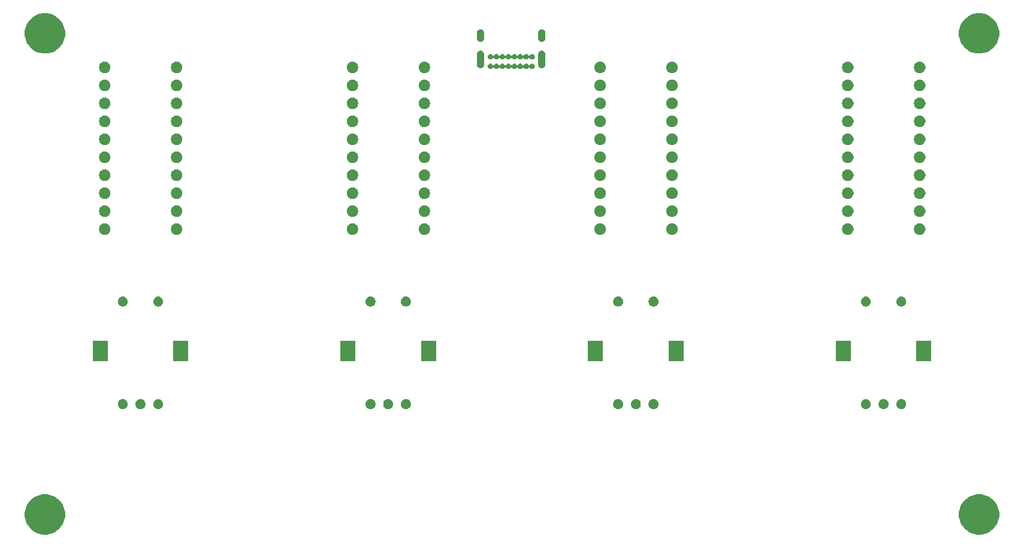
<source format=gbs>
G04 #@! TF.GenerationSoftware,KiCad,Pcbnew,(5.1.5)-3*
G04 #@! TF.CreationDate,2020-12-19T11:39:56-05:00*
G04 #@! TF.ProjectId,Deej_Controller,4465656a-5f43-46f6-9e74-726f6c6c6572,rev?*
G04 #@! TF.SameCoordinates,Original*
G04 #@! TF.FileFunction,Soldermask,Bot*
G04 #@! TF.FilePolarity,Negative*
%FSLAX46Y46*%
G04 Gerber Fmt 4.6, Leading zero omitted, Abs format (unit mm)*
G04 Created by KiCad (PCBNEW (5.1.5)-3) date 2020-12-19 11:39:56*
%MOMM*%
%LPD*%
G04 APERTURE LIST*
%ADD10C,0.100000*%
G04 APERTURE END LIST*
D10*
G36*
X219331606Y-118358562D02*
G01*
X219850455Y-118573476D01*
X220317407Y-118885484D01*
X220714516Y-119282593D01*
X221026524Y-119749545D01*
X221241438Y-120268394D01*
X221351000Y-120819201D01*
X221351000Y-121380799D01*
X221241438Y-121931606D01*
X221026524Y-122450455D01*
X220714516Y-122917407D01*
X220317407Y-123314516D01*
X219850455Y-123626524D01*
X219331606Y-123841438D01*
X219056202Y-123896219D01*
X218780800Y-123951000D01*
X218219200Y-123951000D01*
X217943798Y-123896219D01*
X217668394Y-123841438D01*
X217149545Y-123626524D01*
X216682593Y-123314516D01*
X216285484Y-122917407D01*
X215973476Y-122450455D01*
X215758562Y-121931606D01*
X215649000Y-121380799D01*
X215649000Y-120819201D01*
X215758562Y-120268394D01*
X215973476Y-119749545D01*
X216285484Y-119282593D01*
X216682593Y-118885484D01*
X217149545Y-118573476D01*
X217668394Y-118358562D01*
X218219200Y-118249000D01*
X218780800Y-118249000D01*
X219331606Y-118358562D01*
G37*
G36*
X87331606Y-118358562D02*
G01*
X87850455Y-118573476D01*
X88317407Y-118885484D01*
X88714516Y-119282593D01*
X89026524Y-119749545D01*
X89241438Y-120268394D01*
X89351000Y-120819201D01*
X89351000Y-121380799D01*
X89241438Y-121931606D01*
X89026524Y-122450455D01*
X88714516Y-122917407D01*
X88317407Y-123314516D01*
X87850455Y-123626524D01*
X87331606Y-123841438D01*
X87056202Y-123896219D01*
X86780800Y-123951000D01*
X86219200Y-123951000D01*
X85943798Y-123896219D01*
X85668394Y-123841438D01*
X85149545Y-123626524D01*
X84682593Y-123314516D01*
X84285484Y-122917407D01*
X83973476Y-122450455D01*
X83758562Y-121931606D01*
X83649000Y-121380799D01*
X83649000Y-120819201D01*
X83758562Y-120268394D01*
X83973476Y-119749545D01*
X84285484Y-119282593D01*
X84682593Y-118885484D01*
X85149545Y-118573476D01*
X85668394Y-118358562D01*
X86219200Y-118249000D01*
X86780800Y-118249000D01*
X87331606Y-118358562D01*
G37*
G36*
X207704473Y-104825938D02*
G01*
X207832049Y-104878782D01*
X207946859Y-104955495D01*
X208044505Y-105053141D01*
X208121218Y-105167951D01*
X208174062Y-105295527D01*
X208201000Y-105430956D01*
X208201000Y-105569044D01*
X208174062Y-105704473D01*
X208121218Y-105832049D01*
X208044505Y-105946859D01*
X207946859Y-106044505D01*
X207832049Y-106121218D01*
X207704473Y-106174062D01*
X207569044Y-106201000D01*
X207430956Y-106201000D01*
X207295527Y-106174062D01*
X207167951Y-106121218D01*
X207053141Y-106044505D01*
X206955495Y-105946859D01*
X206878782Y-105832049D01*
X206825938Y-105704473D01*
X206799000Y-105569044D01*
X206799000Y-105430956D01*
X206825938Y-105295527D01*
X206878782Y-105167951D01*
X206955495Y-105053141D01*
X207053141Y-104955495D01*
X207167951Y-104878782D01*
X207295527Y-104825938D01*
X207430956Y-104799000D01*
X207569044Y-104799000D01*
X207704473Y-104825938D01*
G37*
G36*
X132704473Y-104825938D02*
G01*
X132832049Y-104878782D01*
X132946859Y-104955495D01*
X133044505Y-105053141D01*
X133121218Y-105167951D01*
X133174062Y-105295527D01*
X133201000Y-105430956D01*
X133201000Y-105569044D01*
X133174062Y-105704473D01*
X133121218Y-105832049D01*
X133044505Y-105946859D01*
X132946859Y-106044505D01*
X132832049Y-106121218D01*
X132704473Y-106174062D01*
X132569044Y-106201000D01*
X132430956Y-106201000D01*
X132295527Y-106174062D01*
X132167951Y-106121218D01*
X132053141Y-106044505D01*
X131955495Y-105946859D01*
X131878782Y-105832049D01*
X131825938Y-105704473D01*
X131799000Y-105569044D01*
X131799000Y-105430956D01*
X131825938Y-105295527D01*
X131878782Y-105167951D01*
X131955495Y-105053141D01*
X132053141Y-104955495D01*
X132167951Y-104878782D01*
X132295527Y-104825938D01*
X132430956Y-104799000D01*
X132569044Y-104799000D01*
X132704473Y-104825938D01*
G37*
G36*
X135204473Y-104825938D02*
G01*
X135332049Y-104878782D01*
X135446859Y-104955495D01*
X135544505Y-105053141D01*
X135621218Y-105167951D01*
X135674062Y-105295527D01*
X135701000Y-105430956D01*
X135701000Y-105569044D01*
X135674062Y-105704473D01*
X135621218Y-105832049D01*
X135544505Y-105946859D01*
X135446859Y-106044505D01*
X135332049Y-106121218D01*
X135204473Y-106174062D01*
X135069044Y-106201000D01*
X134930956Y-106201000D01*
X134795527Y-106174062D01*
X134667951Y-106121218D01*
X134553141Y-106044505D01*
X134455495Y-105946859D01*
X134378782Y-105832049D01*
X134325938Y-105704473D01*
X134299000Y-105569044D01*
X134299000Y-105430956D01*
X134325938Y-105295527D01*
X134378782Y-105167951D01*
X134455495Y-105053141D01*
X134553141Y-104955495D01*
X134667951Y-104878782D01*
X134795527Y-104825938D01*
X134930956Y-104799000D01*
X135069044Y-104799000D01*
X135204473Y-104825938D01*
G37*
G36*
X137704473Y-104825938D02*
G01*
X137832049Y-104878782D01*
X137946859Y-104955495D01*
X138044505Y-105053141D01*
X138121218Y-105167951D01*
X138174062Y-105295527D01*
X138201000Y-105430956D01*
X138201000Y-105569044D01*
X138174062Y-105704473D01*
X138121218Y-105832049D01*
X138044505Y-105946859D01*
X137946859Y-106044505D01*
X137832049Y-106121218D01*
X137704473Y-106174062D01*
X137569044Y-106201000D01*
X137430956Y-106201000D01*
X137295527Y-106174062D01*
X137167951Y-106121218D01*
X137053141Y-106044505D01*
X136955495Y-105946859D01*
X136878782Y-105832049D01*
X136825938Y-105704473D01*
X136799000Y-105569044D01*
X136799000Y-105430956D01*
X136825938Y-105295527D01*
X136878782Y-105167951D01*
X136955495Y-105053141D01*
X137053141Y-104955495D01*
X137167951Y-104878782D01*
X137295527Y-104825938D01*
X137430956Y-104799000D01*
X137569044Y-104799000D01*
X137704473Y-104825938D01*
G37*
G36*
X97704473Y-104825938D02*
G01*
X97832049Y-104878782D01*
X97946859Y-104955495D01*
X98044505Y-105053141D01*
X98121218Y-105167951D01*
X98174062Y-105295527D01*
X98201000Y-105430956D01*
X98201000Y-105569044D01*
X98174062Y-105704473D01*
X98121218Y-105832049D01*
X98044505Y-105946859D01*
X97946859Y-106044505D01*
X97832049Y-106121218D01*
X97704473Y-106174062D01*
X97569044Y-106201000D01*
X97430956Y-106201000D01*
X97295527Y-106174062D01*
X97167951Y-106121218D01*
X97053141Y-106044505D01*
X96955495Y-105946859D01*
X96878782Y-105832049D01*
X96825938Y-105704473D01*
X96799000Y-105569044D01*
X96799000Y-105430956D01*
X96825938Y-105295527D01*
X96878782Y-105167951D01*
X96955495Y-105053141D01*
X97053141Y-104955495D01*
X97167951Y-104878782D01*
X97295527Y-104825938D01*
X97430956Y-104799000D01*
X97569044Y-104799000D01*
X97704473Y-104825938D01*
G37*
G36*
X100204473Y-104825938D02*
G01*
X100332049Y-104878782D01*
X100446859Y-104955495D01*
X100544505Y-105053141D01*
X100621218Y-105167951D01*
X100674062Y-105295527D01*
X100701000Y-105430956D01*
X100701000Y-105569044D01*
X100674062Y-105704473D01*
X100621218Y-105832049D01*
X100544505Y-105946859D01*
X100446859Y-106044505D01*
X100332049Y-106121218D01*
X100204473Y-106174062D01*
X100069044Y-106201000D01*
X99930956Y-106201000D01*
X99795527Y-106174062D01*
X99667951Y-106121218D01*
X99553141Y-106044505D01*
X99455495Y-105946859D01*
X99378782Y-105832049D01*
X99325938Y-105704473D01*
X99299000Y-105569044D01*
X99299000Y-105430956D01*
X99325938Y-105295527D01*
X99378782Y-105167951D01*
X99455495Y-105053141D01*
X99553141Y-104955495D01*
X99667951Y-104878782D01*
X99795527Y-104825938D01*
X99930956Y-104799000D01*
X100069044Y-104799000D01*
X100204473Y-104825938D01*
G37*
G36*
X102704473Y-104825938D02*
G01*
X102832049Y-104878782D01*
X102946859Y-104955495D01*
X103044505Y-105053141D01*
X103121218Y-105167951D01*
X103174062Y-105295527D01*
X103201000Y-105430956D01*
X103201000Y-105569044D01*
X103174062Y-105704473D01*
X103121218Y-105832049D01*
X103044505Y-105946859D01*
X102946859Y-106044505D01*
X102832049Y-106121218D01*
X102704473Y-106174062D01*
X102569044Y-106201000D01*
X102430956Y-106201000D01*
X102295527Y-106174062D01*
X102167951Y-106121218D01*
X102053141Y-106044505D01*
X101955495Y-105946859D01*
X101878782Y-105832049D01*
X101825938Y-105704473D01*
X101799000Y-105569044D01*
X101799000Y-105430956D01*
X101825938Y-105295527D01*
X101878782Y-105167951D01*
X101955495Y-105053141D01*
X102053141Y-104955495D01*
X102167951Y-104878782D01*
X102295527Y-104825938D01*
X102430956Y-104799000D01*
X102569044Y-104799000D01*
X102704473Y-104825938D01*
G37*
G36*
X205204473Y-104825938D02*
G01*
X205332049Y-104878782D01*
X205446859Y-104955495D01*
X205544505Y-105053141D01*
X205621218Y-105167951D01*
X205674062Y-105295527D01*
X205701000Y-105430956D01*
X205701000Y-105569044D01*
X205674062Y-105704473D01*
X205621218Y-105832049D01*
X205544505Y-105946859D01*
X205446859Y-106044505D01*
X205332049Y-106121218D01*
X205204473Y-106174062D01*
X205069044Y-106201000D01*
X204930956Y-106201000D01*
X204795527Y-106174062D01*
X204667951Y-106121218D01*
X204553141Y-106044505D01*
X204455495Y-105946859D01*
X204378782Y-105832049D01*
X204325938Y-105704473D01*
X204299000Y-105569044D01*
X204299000Y-105430956D01*
X204325938Y-105295527D01*
X204378782Y-105167951D01*
X204455495Y-105053141D01*
X204553141Y-104955495D01*
X204667951Y-104878782D01*
X204795527Y-104825938D01*
X204930956Y-104799000D01*
X205069044Y-104799000D01*
X205204473Y-104825938D01*
G37*
G36*
X167704473Y-104825938D02*
G01*
X167832049Y-104878782D01*
X167946859Y-104955495D01*
X168044505Y-105053141D01*
X168121218Y-105167951D01*
X168174062Y-105295527D01*
X168201000Y-105430956D01*
X168201000Y-105569044D01*
X168174062Y-105704473D01*
X168121218Y-105832049D01*
X168044505Y-105946859D01*
X167946859Y-106044505D01*
X167832049Y-106121218D01*
X167704473Y-106174062D01*
X167569044Y-106201000D01*
X167430956Y-106201000D01*
X167295527Y-106174062D01*
X167167951Y-106121218D01*
X167053141Y-106044505D01*
X166955495Y-105946859D01*
X166878782Y-105832049D01*
X166825938Y-105704473D01*
X166799000Y-105569044D01*
X166799000Y-105430956D01*
X166825938Y-105295527D01*
X166878782Y-105167951D01*
X166955495Y-105053141D01*
X167053141Y-104955495D01*
X167167951Y-104878782D01*
X167295527Y-104825938D01*
X167430956Y-104799000D01*
X167569044Y-104799000D01*
X167704473Y-104825938D01*
G37*
G36*
X170204473Y-104825938D02*
G01*
X170332049Y-104878782D01*
X170446859Y-104955495D01*
X170544505Y-105053141D01*
X170621218Y-105167951D01*
X170674062Y-105295527D01*
X170701000Y-105430956D01*
X170701000Y-105569044D01*
X170674062Y-105704473D01*
X170621218Y-105832049D01*
X170544505Y-105946859D01*
X170446859Y-106044505D01*
X170332049Y-106121218D01*
X170204473Y-106174062D01*
X170069044Y-106201000D01*
X169930956Y-106201000D01*
X169795527Y-106174062D01*
X169667951Y-106121218D01*
X169553141Y-106044505D01*
X169455495Y-105946859D01*
X169378782Y-105832049D01*
X169325938Y-105704473D01*
X169299000Y-105569044D01*
X169299000Y-105430956D01*
X169325938Y-105295527D01*
X169378782Y-105167951D01*
X169455495Y-105053141D01*
X169553141Y-104955495D01*
X169667951Y-104878782D01*
X169795527Y-104825938D01*
X169930956Y-104799000D01*
X170069044Y-104799000D01*
X170204473Y-104825938D01*
G37*
G36*
X172704473Y-104825938D02*
G01*
X172832049Y-104878782D01*
X172946859Y-104955495D01*
X173044505Y-105053141D01*
X173121218Y-105167951D01*
X173174062Y-105295527D01*
X173201000Y-105430956D01*
X173201000Y-105569044D01*
X173174062Y-105704473D01*
X173121218Y-105832049D01*
X173044505Y-105946859D01*
X172946859Y-106044505D01*
X172832049Y-106121218D01*
X172704473Y-106174062D01*
X172569044Y-106201000D01*
X172430956Y-106201000D01*
X172295527Y-106174062D01*
X172167951Y-106121218D01*
X172053141Y-106044505D01*
X171955495Y-105946859D01*
X171878782Y-105832049D01*
X171825938Y-105704473D01*
X171799000Y-105569044D01*
X171799000Y-105430956D01*
X171825938Y-105295527D01*
X171878782Y-105167951D01*
X171955495Y-105053141D01*
X172053141Y-104955495D01*
X172167951Y-104878782D01*
X172295527Y-104825938D01*
X172430956Y-104799000D01*
X172569044Y-104799000D01*
X172704473Y-104825938D01*
G37*
G36*
X202704473Y-104825938D02*
G01*
X202832049Y-104878782D01*
X202946859Y-104955495D01*
X203044505Y-105053141D01*
X203121218Y-105167951D01*
X203174062Y-105295527D01*
X203201000Y-105430956D01*
X203201000Y-105569044D01*
X203174062Y-105704473D01*
X203121218Y-105832049D01*
X203044505Y-105946859D01*
X202946859Y-106044505D01*
X202832049Y-106121218D01*
X202704473Y-106174062D01*
X202569044Y-106201000D01*
X202430956Y-106201000D01*
X202295527Y-106174062D01*
X202167951Y-106121218D01*
X202053141Y-106044505D01*
X201955495Y-105946859D01*
X201878782Y-105832049D01*
X201825938Y-105704473D01*
X201799000Y-105569044D01*
X201799000Y-105430956D01*
X201825938Y-105295527D01*
X201878782Y-105167951D01*
X201955495Y-105053141D01*
X202053141Y-104955495D01*
X202167951Y-104878782D01*
X202295527Y-104825938D01*
X202430956Y-104799000D01*
X202569044Y-104799000D01*
X202704473Y-104825938D01*
G37*
G36*
X106751000Y-99451000D02*
G01*
X104649000Y-99451000D01*
X104649000Y-96549000D01*
X106751000Y-96549000D01*
X106751000Y-99451000D01*
G37*
G36*
X165351000Y-99451000D02*
G01*
X163249000Y-99451000D01*
X163249000Y-96549000D01*
X165351000Y-96549000D01*
X165351000Y-99451000D01*
G37*
G36*
X176751000Y-99451000D02*
G01*
X174649000Y-99451000D01*
X174649000Y-96549000D01*
X176751000Y-96549000D01*
X176751000Y-99451000D01*
G37*
G36*
X200351000Y-99451000D02*
G01*
X198249000Y-99451000D01*
X198249000Y-96549000D01*
X200351000Y-96549000D01*
X200351000Y-99451000D01*
G37*
G36*
X211751000Y-99451000D02*
G01*
X209649000Y-99451000D01*
X209649000Y-96549000D01*
X211751000Y-96549000D01*
X211751000Y-99451000D01*
G37*
G36*
X141751000Y-99451000D02*
G01*
X139649000Y-99451000D01*
X139649000Y-96549000D01*
X141751000Y-96549000D01*
X141751000Y-99451000D01*
G37*
G36*
X130351000Y-99451000D02*
G01*
X128249000Y-99451000D01*
X128249000Y-96549000D01*
X130351000Y-96549000D01*
X130351000Y-99451000D01*
G37*
G36*
X95351000Y-99451000D02*
G01*
X93249000Y-99451000D01*
X93249000Y-96549000D01*
X95351000Y-96549000D01*
X95351000Y-99451000D01*
G37*
G36*
X167704473Y-90325938D02*
G01*
X167832049Y-90378782D01*
X167946859Y-90455495D01*
X168044505Y-90553141D01*
X168121218Y-90667951D01*
X168174062Y-90795527D01*
X168201000Y-90930956D01*
X168201000Y-91069044D01*
X168174062Y-91204473D01*
X168121218Y-91332049D01*
X168044505Y-91446859D01*
X167946859Y-91544505D01*
X167832049Y-91621218D01*
X167704473Y-91674062D01*
X167569044Y-91701000D01*
X167430956Y-91701000D01*
X167295527Y-91674062D01*
X167167951Y-91621218D01*
X167053141Y-91544505D01*
X166955495Y-91446859D01*
X166878782Y-91332049D01*
X166825938Y-91204473D01*
X166799000Y-91069044D01*
X166799000Y-90930956D01*
X166825938Y-90795527D01*
X166878782Y-90667951D01*
X166955495Y-90553141D01*
X167053141Y-90455495D01*
X167167951Y-90378782D01*
X167295527Y-90325938D01*
X167430956Y-90299000D01*
X167569044Y-90299000D01*
X167704473Y-90325938D01*
G37*
G36*
X137704473Y-90325938D02*
G01*
X137832049Y-90378782D01*
X137946859Y-90455495D01*
X138044505Y-90553141D01*
X138121218Y-90667951D01*
X138174062Y-90795527D01*
X138201000Y-90930956D01*
X138201000Y-91069044D01*
X138174062Y-91204473D01*
X138121218Y-91332049D01*
X138044505Y-91446859D01*
X137946859Y-91544505D01*
X137832049Y-91621218D01*
X137704473Y-91674062D01*
X137569044Y-91701000D01*
X137430956Y-91701000D01*
X137295527Y-91674062D01*
X137167951Y-91621218D01*
X137053141Y-91544505D01*
X136955495Y-91446859D01*
X136878782Y-91332049D01*
X136825938Y-91204473D01*
X136799000Y-91069044D01*
X136799000Y-90930956D01*
X136825938Y-90795527D01*
X136878782Y-90667951D01*
X136955495Y-90553141D01*
X137053141Y-90455495D01*
X137167951Y-90378782D01*
X137295527Y-90325938D01*
X137430956Y-90299000D01*
X137569044Y-90299000D01*
X137704473Y-90325938D01*
G37*
G36*
X132704473Y-90325938D02*
G01*
X132832049Y-90378782D01*
X132946859Y-90455495D01*
X133044505Y-90553141D01*
X133121218Y-90667951D01*
X133174062Y-90795527D01*
X133201000Y-90930956D01*
X133201000Y-91069044D01*
X133174062Y-91204473D01*
X133121218Y-91332049D01*
X133044505Y-91446859D01*
X132946859Y-91544505D01*
X132832049Y-91621218D01*
X132704473Y-91674062D01*
X132569044Y-91701000D01*
X132430956Y-91701000D01*
X132295527Y-91674062D01*
X132167951Y-91621218D01*
X132053141Y-91544505D01*
X131955495Y-91446859D01*
X131878782Y-91332049D01*
X131825938Y-91204473D01*
X131799000Y-91069044D01*
X131799000Y-90930956D01*
X131825938Y-90795527D01*
X131878782Y-90667951D01*
X131955495Y-90553141D01*
X132053141Y-90455495D01*
X132167951Y-90378782D01*
X132295527Y-90325938D01*
X132430956Y-90299000D01*
X132569044Y-90299000D01*
X132704473Y-90325938D01*
G37*
G36*
X102704473Y-90325938D02*
G01*
X102832049Y-90378782D01*
X102946859Y-90455495D01*
X103044505Y-90553141D01*
X103121218Y-90667951D01*
X103174062Y-90795527D01*
X103201000Y-90930956D01*
X103201000Y-91069044D01*
X103174062Y-91204473D01*
X103121218Y-91332049D01*
X103044505Y-91446859D01*
X102946859Y-91544505D01*
X102832049Y-91621218D01*
X102704473Y-91674062D01*
X102569044Y-91701000D01*
X102430956Y-91701000D01*
X102295527Y-91674062D01*
X102167951Y-91621218D01*
X102053141Y-91544505D01*
X101955495Y-91446859D01*
X101878782Y-91332049D01*
X101825938Y-91204473D01*
X101799000Y-91069044D01*
X101799000Y-90930956D01*
X101825938Y-90795527D01*
X101878782Y-90667951D01*
X101955495Y-90553141D01*
X102053141Y-90455495D01*
X102167951Y-90378782D01*
X102295527Y-90325938D01*
X102430956Y-90299000D01*
X102569044Y-90299000D01*
X102704473Y-90325938D01*
G37*
G36*
X97704473Y-90325938D02*
G01*
X97832049Y-90378782D01*
X97946859Y-90455495D01*
X98044505Y-90553141D01*
X98121218Y-90667951D01*
X98174062Y-90795527D01*
X98201000Y-90930956D01*
X98201000Y-91069044D01*
X98174062Y-91204473D01*
X98121218Y-91332049D01*
X98044505Y-91446859D01*
X97946859Y-91544505D01*
X97832049Y-91621218D01*
X97704473Y-91674062D01*
X97569044Y-91701000D01*
X97430956Y-91701000D01*
X97295527Y-91674062D01*
X97167951Y-91621218D01*
X97053141Y-91544505D01*
X96955495Y-91446859D01*
X96878782Y-91332049D01*
X96825938Y-91204473D01*
X96799000Y-91069044D01*
X96799000Y-90930956D01*
X96825938Y-90795527D01*
X96878782Y-90667951D01*
X96955495Y-90553141D01*
X97053141Y-90455495D01*
X97167951Y-90378782D01*
X97295527Y-90325938D01*
X97430956Y-90299000D01*
X97569044Y-90299000D01*
X97704473Y-90325938D01*
G37*
G36*
X207704473Y-90325938D02*
G01*
X207832049Y-90378782D01*
X207946859Y-90455495D01*
X208044505Y-90553141D01*
X208121218Y-90667951D01*
X208174062Y-90795527D01*
X208201000Y-90930956D01*
X208201000Y-91069044D01*
X208174062Y-91204473D01*
X208121218Y-91332049D01*
X208044505Y-91446859D01*
X207946859Y-91544505D01*
X207832049Y-91621218D01*
X207704473Y-91674062D01*
X207569044Y-91701000D01*
X207430956Y-91701000D01*
X207295527Y-91674062D01*
X207167951Y-91621218D01*
X207053141Y-91544505D01*
X206955495Y-91446859D01*
X206878782Y-91332049D01*
X206825938Y-91204473D01*
X206799000Y-91069044D01*
X206799000Y-90930956D01*
X206825938Y-90795527D01*
X206878782Y-90667951D01*
X206955495Y-90553141D01*
X207053141Y-90455495D01*
X207167951Y-90378782D01*
X207295527Y-90325938D01*
X207430956Y-90299000D01*
X207569044Y-90299000D01*
X207704473Y-90325938D01*
G37*
G36*
X202704473Y-90325938D02*
G01*
X202832049Y-90378782D01*
X202946859Y-90455495D01*
X203044505Y-90553141D01*
X203121218Y-90667951D01*
X203174062Y-90795527D01*
X203201000Y-90930956D01*
X203201000Y-91069044D01*
X203174062Y-91204473D01*
X203121218Y-91332049D01*
X203044505Y-91446859D01*
X202946859Y-91544505D01*
X202832049Y-91621218D01*
X202704473Y-91674062D01*
X202569044Y-91701000D01*
X202430956Y-91701000D01*
X202295527Y-91674062D01*
X202167951Y-91621218D01*
X202053141Y-91544505D01*
X201955495Y-91446859D01*
X201878782Y-91332049D01*
X201825938Y-91204473D01*
X201799000Y-91069044D01*
X201799000Y-90930956D01*
X201825938Y-90795527D01*
X201878782Y-90667951D01*
X201955495Y-90553141D01*
X202053141Y-90455495D01*
X202167951Y-90378782D01*
X202295527Y-90325938D01*
X202430956Y-90299000D01*
X202569044Y-90299000D01*
X202704473Y-90325938D01*
G37*
G36*
X172704473Y-90325938D02*
G01*
X172832049Y-90378782D01*
X172946859Y-90455495D01*
X173044505Y-90553141D01*
X173121218Y-90667951D01*
X173174062Y-90795527D01*
X173201000Y-90930956D01*
X173201000Y-91069044D01*
X173174062Y-91204473D01*
X173121218Y-91332049D01*
X173044505Y-91446859D01*
X172946859Y-91544505D01*
X172832049Y-91621218D01*
X172704473Y-91674062D01*
X172569044Y-91701000D01*
X172430956Y-91701000D01*
X172295527Y-91674062D01*
X172167951Y-91621218D01*
X172053141Y-91544505D01*
X171955495Y-91446859D01*
X171878782Y-91332049D01*
X171825938Y-91204473D01*
X171799000Y-91069044D01*
X171799000Y-90930956D01*
X171825938Y-90795527D01*
X171878782Y-90667951D01*
X171955495Y-90553141D01*
X172053141Y-90455495D01*
X172167951Y-90378782D01*
X172295527Y-90325938D01*
X172430956Y-90299000D01*
X172569044Y-90299000D01*
X172704473Y-90325938D01*
G37*
G36*
X210347142Y-79978242D02*
G01*
X210495101Y-80039529D01*
X210628255Y-80128499D01*
X210741501Y-80241745D01*
X210830471Y-80374899D01*
X210891758Y-80522858D01*
X210923000Y-80679925D01*
X210923000Y-80840075D01*
X210891758Y-80997142D01*
X210830471Y-81145101D01*
X210741501Y-81278255D01*
X210628255Y-81391501D01*
X210495101Y-81480471D01*
X210347142Y-81541758D01*
X210190075Y-81573000D01*
X210029925Y-81573000D01*
X209872858Y-81541758D01*
X209724899Y-81480471D01*
X209591745Y-81391501D01*
X209478499Y-81278255D01*
X209389529Y-81145101D01*
X209328242Y-80997142D01*
X209297000Y-80840075D01*
X209297000Y-80679925D01*
X209328242Y-80522858D01*
X209389529Y-80374899D01*
X209478499Y-80241745D01*
X209591745Y-80128499D01*
X209724899Y-80039529D01*
X209872858Y-79978242D01*
X210029925Y-79947000D01*
X210190075Y-79947000D01*
X210347142Y-79978242D01*
G37*
G36*
X200187142Y-79978242D02*
G01*
X200335101Y-80039529D01*
X200468255Y-80128499D01*
X200581501Y-80241745D01*
X200670471Y-80374899D01*
X200731758Y-80522858D01*
X200763000Y-80679925D01*
X200763000Y-80840075D01*
X200731758Y-80997142D01*
X200670471Y-81145101D01*
X200581501Y-81278255D01*
X200468255Y-81391501D01*
X200335101Y-81480471D01*
X200187142Y-81541758D01*
X200030075Y-81573000D01*
X199869925Y-81573000D01*
X199712858Y-81541758D01*
X199564899Y-81480471D01*
X199431745Y-81391501D01*
X199318499Y-81278255D01*
X199229529Y-81145101D01*
X199168242Y-80997142D01*
X199137000Y-80840075D01*
X199137000Y-80679925D01*
X199168242Y-80522858D01*
X199229529Y-80374899D01*
X199318499Y-80241745D01*
X199431745Y-80128499D01*
X199564899Y-80039529D01*
X199712858Y-79978242D01*
X199869925Y-79947000D01*
X200030075Y-79947000D01*
X200187142Y-79978242D01*
G37*
G36*
X95187142Y-79978242D02*
G01*
X95335101Y-80039529D01*
X95468255Y-80128499D01*
X95581501Y-80241745D01*
X95670471Y-80374899D01*
X95731758Y-80522858D01*
X95763000Y-80679925D01*
X95763000Y-80840075D01*
X95731758Y-80997142D01*
X95670471Y-81145101D01*
X95581501Y-81278255D01*
X95468255Y-81391501D01*
X95335101Y-81480471D01*
X95187142Y-81541758D01*
X95030075Y-81573000D01*
X94869925Y-81573000D01*
X94712858Y-81541758D01*
X94564899Y-81480471D01*
X94431745Y-81391501D01*
X94318499Y-81278255D01*
X94229529Y-81145101D01*
X94168242Y-80997142D01*
X94137000Y-80840075D01*
X94137000Y-80679925D01*
X94168242Y-80522858D01*
X94229529Y-80374899D01*
X94318499Y-80241745D01*
X94431745Y-80128499D01*
X94564899Y-80039529D01*
X94712858Y-79978242D01*
X94869925Y-79947000D01*
X95030075Y-79947000D01*
X95187142Y-79978242D01*
G37*
G36*
X105347142Y-79978242D02*
G01*
X105495101Y-80039529D01*
X105628255Y-80128499D01*
X105741501Y-80241745D01*
X105830471Y-80374899D01*
X105891758Y-80522858D01*
X105923000Y-80679925D01*
X105923000Y-80840075D01*
X105891758Y-80997142D01*
X105830471Y-81145101D01*
X105741501Y-81278255D01*
X105628255Y-81391501D01*
X105495101Y-81480471D01*
X105347142Y-81541758D01*
X105190075Y-81573000D01*
X105029925Y-81573000D01*
X104872858Y-81541758D01*
X104724899Y-81480471D01*
X104591745Y-81391501D01*
X104478499Y-81278255D01*
X104389529Y-81145101D01*
X104328242Y-80997142D01*
X104297000Y-80840075D01*
X104297000Y-80679925D01*
X104328242Y-80522858D01*
X104389529Y-80374899D01*
X104478499Y-80241745D01*
X104591745Y-80128499D01*
X104724899Y-80039529D01*
X104872858Y-79978242D01*
X105029925Y-79947000D01*
X105190075Y-79947000D01*
X105347142Y-79978242D01*
G37*
G36*
X130187142Y-79978242D02*
G01*
X130335101Y-80039529D01*
X130468255Y-80128499D01*
X130581501Y-80241745D01*
X130670471Y-80374899D01*
X130731758Y-80522858D01*
X130763000Y-80679925D01*
X130763000Y-80840075D01*
X130731758Y-80997142D01*
X130670471Y-81145101D01*
X130581501Y-81278255D01*
X130468255Y-81391501D01*
X130335101Y-81480471D01*
X130187142Y-81541758D01*
X130030075Y-81573000D01*
X129869925Y-81573000D01*
X129712858Y-81541758D01*
X129564899Y-81480471D01*
X129431745Y-81391501D01*
X129318499Y-81278255D01*
X129229529Y-81145101D01*
X129168242Y-80997142D01*
X129137000Y-80840075D01*
X129137000Y-80679925D01*
X129168242Y-80522858D01*
X129229529Y-80374899D01*
X129318499Y-80241745D01*
X129431745Y-80128499D01*
X129564899Y-80039529D01*
X129712858Y-79978242D01*
X129869925Y-79947000D01*
X130030075Y-79947000D01*
X130187142Y-79978242D01*
G37*
G36*
X140347142Y-79978242D02*
G01*
X140495101Y-80039529D01*
X140628255Y-80128499D01*
X140741501Y-80241745D01*
X140830471Y-80374899D01*
X140891758Y-80522858D01*
X140923000Y-80679925D01*
X140923000Y-80840075D01*
X140891758Y-80997142D01*
X140830471Y-81145101D01*
X140741501Y-81278255D01*
X140628255Y-81391501D01*
X140495101Y-81480471D01*
X140347142Y-81541758D01*
X140190075Y-81573000D01*
X140029925Y-81573000D01*
X139872858Y-81541758D01*
X139724899Y-81480471D01*
X139591745Y-81391501D01*
X139478499Y-81278255D01*
X139389529Y-81145101D01*
X139328242Y-80997142D01*
X139297000Y-80840075D01*
X139297000Y-80679925D01*
X139328242Y-80522858D01*
X139389529Y-80374899D01*
X139478499Y-80241745D01*
X139591745Y-80128499D01*
X139724899Y-80039529D01*
X139872858Y-79978242D01*
X140029925Y-79947000D01*
X140190075Y-79947000D01*
X140347142Y-79978242D01*
G37*
G36*
X165187142Y-79978242D02*
G01*
X165335101Y-80039529D01*
X165468255Y-80128499D01*
X165581501Y-80241745D01*
X165670471Y-80374899D01*
X165731758Y-80522858D01*
X165763000Y-80679925D01*
X165763000Y-80840075D01*
X165731758Y-80997142D01*
X165670471Y-81145101D01*
X165581501Y-81278255D01*
X165468255Y-81391501D01*
X165335101Y-81480471D01*
X165187142Y-81541758D01*
X165030075Y-81573000D01*
X164869925Y-81573000D01*
X164712858Y-81541758D01*
X164564899Y-81480471D01*
X164431745Y-81391501D01*
X164318499Y-81278255D01*
X164229529Y-81145101D01*
X164168242Y-80997142D01*
X164137000Y-80840075D01*
X164137000Y-80679925D01*
X164168242Y-80522858D01*
X164229529Y-80374899D01*
X164318499Y-80241745D01*
X164431745Y-80128499D01*
X164564899Y-80039529D01*
X164712858Y-79978242D01*
X164869925Y-79947000D01*
X165030075Y-79947000D01*
X165187142Y-79978242D01*
G37*
G36*
X175347142Y-79978242D02*
G01*
X175495101Y-80039529D01*
X175628255Y-80128499D01*
X175741501Y-80241745D01*
X175830471Y-80374899D01*
X175891758Y-80522858D01*
X175923000Y-80679925D01*
X175923000Y-80840075D01*
X175891758Y-80997142D01*
X175830471Y-81145101D01*
X175741501Y-81278255D01*
X175628255Y-81391501D01*
X175495101Y-81480471D01*
X175347142Y-81541758D01*
X175190075Y-81573000D01*
X175029925Y-81573000D01*
X174872858Y-81541758D01*
X174724899Y-81480471D01*
X174591745Y-81391501D01*
X174478499Y-81278255D01*
X174389529Y-81145101D01*
X174328242Y-80997142D01*
X174297000Y-80840075D01*
X174297000Y-80679925D01*
X174328242Y-80522858D01*
X174389529Y-80374899D01*
X174478499Y-80241745D01*
X174591745Y-80128499D01*
X174724899Y-80039529D01*
X174872858Y-79978242D01*
X175029925Y-79947000D01*
X175190075Y-79947000D01*
X175347142Y-79978242D01*
G37*
G36*
X140347142Y-77438242D02*
G01*
X140495101Y-77499529D01*
X140628255Y-77588499D01*
X140741501Y-77701745D01*
X140830471Y-77834899D01*
X140891758Y-77982858D01*
X140923000Y-78139925D01*
X140923000Y-78300075D01*
X140891758Y-78457142D01*
X140830471Y-78605101D01*
X140741501Y-78738255D01*
X140628255Y-78851501D01*
X140495101Y-78940471D01*
X140347142Y-79001758D01*
X140190075Y-79033000D01*
X140029925Y-79033000D01*
X139872858Y-79001758D01*
X139724899Y-78940471D01*
X139591745Y-78851501D01*
X139478499Y-78738255D01*
X139389529Y-78605101D01*
X139328242Y-78457142D01*
X139297000Y-78300075D01*
X139297000Y-78139925D01*
X139328242Y-77982858D01*
X139389529Y-77834899D01*
X139478499Y-77701745D01*
X139591745Y-77588499D01*
X139724899Y-77499529D01*
X139872858Y-77438242D01*
X140029925Y-77407000D01*
X140190075Y-77407000D01*
X140347142Y-77438242D01*
G37*
G36*
X95187142Y-77438242D02*
G01*
X95335101Y-77499529D01*
X95468255Y-77588499D01*
X95581501Y-77701745D01*
X95670471Y-77834899D01*
X95731758Y-77982858D01*
X95763000Y-78139925D01*
X95763000Y-78300075D01*
X95731758Y-78457142D01*
X95670471Y-78605101D01*
X95581501Y-78738255D01*
X95468255Y-78851501D01*
X95335101Y-78940471D01*
X95187142Y-79001758D01*
X95030075Y-79033000D01*
X94869925Y-79033000D01*
X94712858Y-79001758D01*
X94564899Y-78940471D01*
X94431745Y-78851501D01*
X94318499Y-78738255D01*
X94229529Y-78605101D01*
X94168242Y-78457142D01*
X94137000Y-78300075D01*
X94137000Y-78139925D01*
X94168242Y-77982858D01*
X94229529Y-77834899D01*
X94318499Y-77701745D01*
X94431745Y-77588499D01*
X94564899Y-77499529D01*
X94712858Y-77438242D01*
X94869925Y-77407000D01*
X95030075Y-77407000D01*
X95187142Y-77438242D01*
G37*
G36*
X105347142Y-77438242D02*
G01*
X105495101Y-77499529D01*
X105628255Y-77588499D01*
X105741501Y-77701745D01*
X105830471Y-77834899D01*
X105891758Y-77982858D01*
X105923000Y-78139925D01*
X105923000Y-78300075D01*
X105891758Y-78457142D01*
X105830471Y-78605101D01*
X105741501Y-78738255D01*
X105628255Y-78851501D01*
X105495101Y-78940471D01*
X105347142Y-79001758D01*
X105190075Y-79033000D01*
X105029925Y-79033000D01*
X104872858Y-79001758D01*
X104724899Y-78940471D01*
X104591745Y-78851501D01*
X104478499Y-78738255D01*
X104389529Y-78605101D01*
X104328242Y-78457142D01*
X104297000Y-78300075D01*
X104297000Y-78139925D01*
X104328242Y-77982858D01*
X104389529Y-77834899D01*
X104478499Y-77701745D01*
X104591745Y-77588499D01*
X104724899Y-77499529D01*
X104872858Y-77438242D01*
X105029925Y-77407000D01*
X105190075Y-77407000D01*
X105347142Y-77438242D01*
G37*
G36*
X130187142Y-77438242D02*
G01*
X130335101Y-77499529D01*
X130468255Y-77588499D01*
X130581501Y-77701745D01*
X130670471Y-77834899D01*
X130731758Y-77982858D01*
X130763000Y-78139925D01*
X130763000Y-78300075D01*
X130731758Y-78457142D01*
X130670471Y-78605101D01*
X130581501Y-78738255D01*
X130468255Y-78851501D01*
X130335101Y-78940471D01*
X130187142Y-79001758D01*
X130030075Y-79033000D01*
X129869925Y-79033000D01*
X129712858Y-79001758D01*
X129564899Y-78940471D01*
X129431745Y-78851501D01*
X129318499Y-78738255D01*
X129229529Y-78605101D01*
X129168242Y-78457142D01*
X129137000Y-78300075D01*
X129137000Y-78139925D01*
X129168242Y-77982858D01*
X129229529Y-77834899D01*
X129318499Y-77701745D01*
X129431745Y-77588499D01*
X129564899Y-77499529D01*
X129712858Y-77438242D01*
X129869925Y-77407000D01*
X130030075Y-77407000D01*
X130187142Y-77438242D01*
G37*
G36*
X210347142Y-77438242D02*
G01*
X210495101Y-77499529D01*
X210628255Y-77588499D01*
X210741501Y-77701745D01*
X210830471Y-77834899D01*
X210891758Y-77982858D01*
X210923000Y-78139925D01*
X210923000Y-78300075D01*
X210891758Y-78457142D01*
X210830471Y-78605101D01*
X210741501Y-78738255D01*
X210628255Y-78851501D01*
X210495101Y-78940471D01*
X210347142Y-79001758D01*
X210190075Y-79033000D01*
X210029925Y-79033000D01*
X209872858Y-79001758D01*
X209724899Y-78940471D01*
X209591745Y-78851501D01*
X209478499Y-78738255D01*
X209389529Y-78605101D01*
X209328242Y-78457142D01*
X209297000Y-78300075D01*
X209297000Y-78139925D01*
X209328242Y-77982858D01*
X209389529Y-77834899D01*
X209478499Y-77701745D01*
X209591745Y-77588499D01*
X209724899Y-77499529D01*
X209872858Y-77438242D01*
X210029925Y-77407000D01*
X210190075Y-77407000D01*
X210347142Y-77438242D01*
G37*
G36*
X200187142Y-77438242D02*
G01*
X200335101Y-77499529D01*
X200468255Y-77588499D01*
X200581501Y-77701745D01*
X200670471Y-77834899D01*
X200731758Y-77982858D01*
X200763000Y-78139925D01*
X200763000Y-78300075D01*
X200731758Y-78457142D01*
X200670471Y-78605101D01*
X200581501Y-78738255D01*
X200468255Y-78851501D01*
X200335101Y-78940471D01*
X200187142Y-79001758D01*
X200030075Y-79033000D01*
X199869925Y-79033000D01*
X199712858Y-79001758D01*
X199564899Y-78940471D01*
X199431745Y-78851501D01*
X199318499Y-78738255D01*
X199229529Y-78605101D01*
X199168242Y-78457142D01*
X199137000Y-78300075D01*
X199137000Y-78139925D01*
X199168242Y-77982858D01*
X199229529Y-77834899D01*
X199318499Y-77701745D01*
X199431745Y-77588499D01*
X199564899Y-77499529D01*
X199712858Y-77438242D01*
X199869925Y-77407000D01*
X200030075Y-77407000D01*
X200187142Y-77438242D01*
G37*
G36*
X175347142Y-77438242D02*
G01*
X175495101Y-77499529D01*
X175628255Y-77588499D01*
X175741501Y-77701745D01*
X175830471Y-77834899D01*
X175891758Y-77982858D01*
X175923000Y-78139925D01*
X175923000Y-78300075D01*
X175891758Y-78457142D01*
X175830471Y-78605101D01*
X175741501Y-78738255D01*
X175628255Y-78851501D01*
X175495101Y-78940471D01*
X175347142Y-79001758D01*
X175190075Y-79033000D01*
X175029925Y-79033000D01*
X174872858Y-79001758D01*
X174724899Y-78940471D01*
X174591745Y-78851501D01*
X174478499Y-78738255D01*
X174389529Y-78605101D01*
X174328242Y-78457142D01*
X174297000Y-78300075D01*
X174297000Y-78139925D01*
X174328242Y-77982858D01*
X174389529Y-77834899D01*
X174478499Y-77701745D01*
X174591745Y-77588499D01*
X174724899Y-77499529D01*
X174872858Y-77438242D01*
X175029925Y-77407000D01*
X175190075Y-77407000D01*
X175347142Y-77438242D01*
G37*
G36*
X165187142Y-77438242D02*
G01*
X165335101Y-77499529D01*
X165468255Y-77588499D01*
X165581501Y-77701745D01*
X165670471Y-77834899D01*
X165731758Y-77982858D01*
X165763000Y-78139925D01*
X165763000Y-78300075D01*
X165731758Y-78457142D01*
X165670471Y-78605101D01*
X165581501Y-78738255D01*
X165468255Y-78851501D01*
X165335101Y-78940471D01*
X165187142Y-79001758D01*
X165030075Y-79033000D01*
X164869925Y-79033000D01*
X164712858Y-79001758D01*
X164564899Y-78940471D01*
X164431745Y-78851501D01*
X164318499Y-78738255D01*
X164229529Y-78605101D01*
X164168242Y-78457142D01*
X164137000Y-78300075D01*
X164137000Y-78139925D01*
X164168242Y-77982858D01*
X164229529Y-77834899D01*
X164318499Y-77701745D01*
X164431745Y-77588499D01*
X164564899Y-77499529D01*
X164712858Y-77438242D01*
X164869925Y-77407000D01*
X165030075Y-77407000D01*
X165187142Y-77438242D01*
G37*
G36*
X140347142Y-74898242D02*
G01*
X140495101Y-74959529D01*
X140628255Y-75048499D01*
X140741501Y-75161745D01*
X140830471Y-75294899D01*
X140891758Y-75442858D01*
X140923000Y-75599925D01*
X140923000Y-75760075D01*
X140891758Y-75917142D01*
X140830471Y-76065101D01*
X140741501Y-76198255D01*
X140628255Y-76311501D01*
X140495101Y-76400471D01*
X140347142Y-76461758D01*
X140190075Y-76493000D01*
X140029925Y-76493000D01*
X139872858Y-76461758D01*
X139724899Y-76400471D01*
X139591745Y-76311501D01*
X139478499Y-76198255D01*
X139389529Y-76065101D01*
X139328242Y-75917142D01*
X139297000Y-75760075D01*
X139297000Y-75599925D01*
X139328242Y-75442858D01*
X139389529Y-75294899D01*
X139478499Y-75161745D01*
X139591745Y-75048499D01*
X139724899Y-74959529D01*
X139872858Y-74898242D01*
X140029925Y-74867000D01*
X140190075Y-74867000D01*
X140347142Y-74898242D01*
G37*
G36*
X200187142Y-74898242D02*
G01*
X200335101Y-74959529D01*
X200468255Y-75048499D01*
X200581501Y-75161745D01*
X200670471Y-75294899D01*
X200731758Y-75442858D01*
X200763000Y-75599925D01*
X200763000Y-75760075D01*
X200731758Y-75917142D01*
X200670471Y-76065101D01*
X200581501Y-76198255D01*
X200468255Y-76311501D01*
X200335101Y-76400471D01*
X200187142Y-76461758D01*
X200030075Y-76493000D01*
X199869925Y-76493000D01*
X199712858Y-76461758D01*
X199564899Y-76400471D01*
X199431745Y-76311501D01*
X199318499Y-76198255D01*
X199229529Y-76065101D01*
X199168242Y-75917142D01*
X199137000Y-75760075D01*
X199137000Y-75599925D01*
X199168242Y-75442858D01*
X199229529Y-75294899D01*
X199318499Y-75161745D01*
X199431745Y-75048499D01*
X199564899Y-74959529D01*
X199712858Y-74898242D01*
X199869925Y-74867000D01*
X200030075Y-74867000D01*
X200187142Y-74898242D01*
G37*
G36*
X210347142Y-74898242D02*
G01*
X210495101Y-74959529D01*
X210628255Y-75048499D01*
X210741501Y-75161745D01*
X210830471Y-75294899D01*
X210891758Y-75442858D01*
X210923000Y-75599925D01*
X210923000Y-75760075D01*
X210891758Y-75917142D01*
X210830471Y-76065101D01*
X210741501Y-76198255D01*
X210628255Y-76311501D01*
X210495101Y-76400471D01*
X210347142Y-76461758D01*
X210190075Y-76493000D01*
X210029925Y-76493000D01*
X209872858Y-76461758D01*
X209724899Y-76400471D01*
X209591745Y-76311501D01*
X209478499Y-76198255D01*
X209389529Y-76065101D01*
X209328242Y-75917142D01*
X209297000Y-75760075D01*
X209297000Y-75599925D01*
X209328242Y-75442858D01*
X209389529Y-75294899D01*
X209478499Y-75161745D01*
X209591745Y-75048499D01*
X209724899Y-74959529D01*
X209872858Y-74898242D01*
X210029925Y-74867000D01*
X210190075Y-74867000D01*
X210347142Y-74898242D01*
G37*
G36*
X175347142Y-74898242D02*
G01*
X175495101Y-74959529D01*
X175628255Y-75048499D01*
X175741501Y-75161745D01*
X175830471Y-75294899D01*
X175891758Y-75442858D01*
X175923000Y-75599925D01*
X175923000Y-75760075D01*
X175891758Y-75917142D01*
X175830471Y-76065101D01*
X175741501Y-76198255D01*
X175628255Y-76311501D01*
X175495101Y-76400471D01*
X175347142Y-76461758D01*
X175190075Y-76493000D01*
X175029925Y-76493000D01*
X174872858Y-76461758D01*
X174724899Y-76400471D01*
X174591745Y-76311501D01*
X174478499Y-76198255D01*
X174389529Y-76065101D01*
X174328242Y-75917142D01*
X174297000Y-75760075D01*
X174297000Y-75599925D01*
X174328242Y-75442858D01*
X174389529Y-75294899D01*
X174478499Y-75161745D01*
X174591745Y-75048499D01*
X174724899Y-74959529D01*
X174872858Y-74898242D01*
X175029925Y-74867000D01*
X175190075Y-74867000D01*
X175347142Y-74898242D01*
G37*
G36*
X165187142Y-74898242D02*
G01*
X165335101Y-74959529D01*
X165468255Y-75048499D01*
X165581501Y-75161745D01*
X165670471Y-75294899D01*
X165731758Y-75442858D01*
X165763000Y-75599925D01*
X165763000Y-75760075D01*
X165731758Y-75917142D01*
X165670471Y-76065101D01*
X165581501Y-76198255D01*
X165468255Y-76311501D01*
X165335101Y-76400471D01*
X165187142Y-76461758D01*
X165030075Y-76493000D01*
X164869925Y-76493000D01*
X164712858Y-76461758D01*
X164564899Y-76400471D01*
X164431745Y-76311501D01*
X164318499Y-76198255D01*
X164229529Y-76065101D01*
X164168242Y-75917142D01*
X164137000Y-75760075D01*
X164137000Y-75599925D01*
X164168242Y-75442858D01*
X164229529Y-75294899D01*
X164318499Y-75161745D01*
X164431745Y-75048499D01*
X164564899Y-74959529D01*
X164712858Y-74898242D01*
X164869925Y-74867000D01*
X165030075Y-74867000D01*
X165187142Y-74898242D01*
G37*
G36*
X95187142Y-74898242D02*
G01*
X95335101Y-74959529D01*
X95468255Y-75048499D01*
X95581501Y-75161745D01*
X95670471Y-75294899D01*
X95731758Y-75442858D01*
X95763000Y-75599925D01*
X95763000Y-75760075D01*
X95731758Y-75917142D01*
X95670471Y-76065101D01*
X95581501Y-76198255D01*
X95468255Y-76311501D01*
X95335101Y-76400471D01*
X95187142Y-76461758D01*
X95030075Y-76493000D01*
X94869925Y-76493000D01*
X94712858Y-76461758D01*
X94564899Y-76400471D01*
X94431745Y-76311501D01*
X94318499Y-76198255D01*
X94229529Y-76065101D01*
X94168242Y-75917142D01*
X94137000Y-75760075D01*
X94137000Y-75599925D01*
X94168242Y-75442858D01*
X94229529Y-75294899D01*
X94318499Y-75161745D01*
X94431745Y-75048499D01*
X94564899Y-74959529D01*
X94712858Y-74898242D01*
X94869925Y-74867000D01*
X95030075Y-74867000D01*
X95187142Y-74898242D01*
G37*
G36*
X130187142Y-74898242D02*
G01*
X130335101Y-74959529D01*
X130468255Y-75048499D01*
X130581501Y-75161745D01*
X130670471Y-75294899D01*
X130731758Y-75442858D01*
X130763000Y-75599925D01*
X130763000Y-75760075D01*
X130731758Y-75917142D01*
X130670471Y-76065101D01*
X130581501Y-76198255D01*
X130468255Y-76311501D01*
X130335101Y-76400471D01*
X130187142Y-76461758D01*
X130030075Y-76493000D01*
X129869925Y-76493000D01*
X129712858Y-76461758D01*
X129564899Y-76400471D01*
X129431745Y-76311501D01*
X129318499Y-76198255D01*
X129229529Y-76065101D01*
X129168242Y-75917142D01*
X129137000Y-75760075D01*
X129137000Y-75599925D01*
X129168242Y-75442858D01*
X129229529Y-75294899D01*
X129318499Y-75161745D01*
X129431745Y-75048499D01*
X129564899Y-74959529D01*
X129712858Y-74898242D01*
X129869925Y-74867000D01*
X130030075Y-74867000D01*
X130187142Y-74898242D01*
G37*
G36*
X105347142Y-74898242D02*
G01*
X105495101Y-74959529D01*
X105628255Y-75048499D01*
X105741501Y-75161745D01*
X105830471Y-75294899D01*
X105891758Y-75442858D01*
X105923000Y-75599925D01*
X105923000Y-75760075D01*
X105891758Y-75917142D01*
X105830471Y-76065101D01*
X105741501Y-76198255D01*
X105628255Y-76311501D01*
X105495101Y-76400471D01*
X105347142Y-76461758D01*
X105190075Y-76493000D01*
X105029925Y-76493000D01*
X104872858Y-76461758D01*
X104724899Y-76400471D01*
X104591745Y-76311501D01*
X104478499Y-76198255D01*
X104389529Y-76065101D01*
X104328242Y-75917142D01*
X104297000Y-75760075D01*
X104297000Y-75599925D01*
X104328242Y-75442858D01*
X104389529Y-75294899D01*
X104478499Y-75161745D01*
X104591745Y-75048499D01*
X104724899Y-74959529D01*
X104872858Y-74898242D01*
X105029925Y-74867000D01*
X105190075Y-74867000D01*
X105347142Y-74898242D01*
G37*
G36*
X210347142Y-72358242D02*
G01*
X210495101Y-72419529D01*
X210628255Y-72508499D01*
X210741501Y-72621745D01*
X210830471Y-72754899D01*
X210891758Y-72902858D01*
X210923000Y-73059925D01*
X210923000Y-73220075D01*
X210891758Y-73377142D01*
X210830471Y-73525101D01*
X210741501Y-73658255D01*
X210628255Y-73771501D01*
X210495101Y-73860471D01*
X210347142Y-73921758D01*
X210190075Y-73953000D01*
X210029925Y-73953000D01*
X209872858Y-73921758D01*
X209724899Y-73860471D01*
X209591745Y-73771501D01*
X209478499Y-73658255D01*
X209389529Y-73525101D01*
X209328242Y-73377142D01*
X209297000Y-73220075D01*
X209297000Y-73059925D01*
X209328242Y-72902858D01*
X209389529Y-72754899D01*
X209478499Y-72621745D01*
X209591745Y-72508499D01*
X209724899Y-72419529D01*
X209872858Y-72358242D01*
X210029925Y-72327000D01*
X210190075Y-72327000D01*
X210347142Y-72358242D01*
G37*
G36*
X175347142Y-72358242D02*
G01*
X175495101Y-72419529D01*
X175628255Y-72508499D01*
X175741501Y-72621745D01*
X175830471Y-72754899D01*
X175891758Y-72902858D01*
X175923000Y-73059925D01*
X175923000Y-73220075D01*
X175891758Y-73377142D01*
X175830471Y-73525101D01*
X175741501Y-73658255D01*
X175628255Y-73771501D01*
X175495101Y-73860471D01*
X175347142Y-73921758D01*
X175190075Y-73953000D01*
X175029925Y-73953000D01*
X174872858Y-73921758D01*
X174724899Y-73860471D01*
X174591745Y-73771501D01*
X174478499Y-73658255D01*
X174389529Y-73525101D01*
X174328242Y-73377142D01*
X174297000Y-73220075D01*
X174297000Y-73059925D01*
X174328242Y-72902858D01*
X174389529Y-72754899D01*
X174478499Y-72621745D01*
X174591745Y-72508499D01*
X174724899Y-72419529D01*
X174872858Y-72358242D01*
X175029925Y-72327000D01*
X175190075Y-72327000D01*
X175347142Y-72358242D01*
G37*
G36*
X200187142Y-72358242D02*
G01*
X200335101Y-72419529D01*
X200468255Y-72508499D01*
X200581501Y-72621745D01*
X200670471Y-72754899D01*
X200731758Y-72902858D01*
X200763000Y-73059925D01*
X200763000Y-73220075D01*
X200731758Y-73377142D01*
X200670471Y-73525101D01*
X200581501Y-73658255D01*
X200468255Y-73771501D01*
X200335101Y-73860471D01*
X200187142Y-73921758D01*
X200030075Y-73953000D01*
X199869925Y-73953000D01*
X199712858Y-73921758D01*
X199564899Y-73860471D01*
X199431745Y-73771501D01*
X199318499Y-73658255D01*
X199229529Y-73525101D01*
X199168242Y-73377142D01*
X199137000Y-73220075D01*
X199137000Y-73059925D01*
X199168242Y-72902858D01*
X199229529Y-72754899D01*
X199318499Y-72621745D01*
X199431745Y-72508499D01*
X199564899Y-72419529D01*
X199712858Y-72358242D01*
X199869925Y-72327000D01*
X200030075Y-72327000D01*
X200187142Y-72358242D01*
G37*
G36*
X140347142Y-72358242D02*
G01*
X140495101Y-72419529D01*
X140628255Y-72508499D01*
X140741501Y-72621745D01*
X140830471Y-72754899D01*
X140891758Y-72902858D01*
X140923000Y-73059925D01*
X140923000Y-73220075D01*
X140891758Y-73377142D01*
X140830471Y-73525101D01*
X140741501Y-73658255D01*
X140628255Y-73771501D01*
X140495101Y-73860471D01*
X140347142Y-73921758D01*
X140190075Y-73953000D01*
X140029925Y-73953000D01*
X139872858Y-73921758D01*
X139724899Y-73860471D01*
X139591745Y-73771501D01*
X139478499Y-73658255D01*
X139389529Y-73525101D01*
X139328242Y-73377142D01*
X139297000Y-73220075D01*
X139297000Y-73059925D01*
X139328242Y-72902858D01*
X139389529Y-72754899D01*
X139478499Y-72621745D01*
X139591745Y-72508499D01*
X139724899Y-72419529D01*
X139872858Y-72358242D01*
X140029925Y-72327000D01*
X140190075Y-72327000D01*
X140347142Y-72358242D01*
G37*
G36*
X130187142Y-72358242D02*
G01*
X130335101Y-72419529D01*
X130468255Y-72508499D01*
X130581501Y-72621745D01*
X130670471Y-72754899D01*
X130731758Y-72902858D01*
X130763000Y-73059925D01*
X130763000Y-73220075D01*
X130731758Y-73377142D01*
X130670471Y-73525101D01*
X130581501Y-73658255D01*
X130468255Y-73771501D01*
X130335101Y-73860471D01*
X130187142Y-73921758D01*
X130030075Y-73953000D01*
X129869925Y-73953000D01*
X129712858Y-73921758D01*
X129564899Y-73860471D01*
X129431745Y-73771501D01*
X129318499Y-73658255D01*
X129229529Y-73525101D01*
X129168242Y-73377142D01*
X129137000Y-73220075D01*
X129137000Y-73059925D01*
X129168242Y-72902858D01*
X129229529Y-72754899D01*
X129318499Y-72621745D01*
X129431745Y-72508499D01*
X129564899Y-72419529D01*
X129712858Y-72358242D01*
X129869925Y-72327000D01*
X130030075Y-72327000D01*
X130187142Y-72358242D01*
G37*
G36*
X165187142Y-72358242D02*
G01*
X165335101Y-72419529D01*
X165468255Y-72508499D01*
X165581501Y-72621745D01*
X165670471Y-72754899D01*
X165731758Y-72902858D01*
X165763000Y-73059925D01*
X165763000Y-73220075D01*
X165731758Y-73377142D01*
X165670471Y-73525101D01*
X165581501Y-73658255D01*
X165468255Y-73771501D01*
X165335101Y-73860471D01*
X165187142Y-73921758D01*
X165030075Y-73953000D01*
X164869925Y-73953000D01*
X164712858Y-73921758D01*
X164564899Y-73860471D01*
X164431745Y-73771501D01*
X164318499Y-73658255D01*
X164229529Y-73525101D01*
X164168242Y-73377142D01*
X164137000Y-73220075D01*
X164137000Y-73059925D01*
X164168242Y-72902858D01*
X164229529Y-72754899D01*
X164318499Y-72621745D01*
X164431745Y-72508499D01*
X164564899Y-72419529D01*
X164712858Y-72358242D01*
X164869925Y-72327000D01*
X165030075Y-72327000D01*
X165187142Y-72358242D01*
G37*
G36*
X105347142Y-72358242D02*
G01*
X105495101Y-72419529D01*
X105628255Y-72508499D01*
X105741501Y-72621745D01*
X105830471Y-72754899D01*
X105891758Y-72902858D01*
X105923000Y-73059925D01*
X105923000Y-73220075D01*
X105891758Y-73377142D01*
X105830471Y-73525101D01*
X105741501Y-73658255D01*
X105628255Y-73771501D01*
X105495101Y-73860471D01*
X105347142Y-73921758D01*
X105190075Y-73953000D01*
X105029925Y-73953000D01*
X104872858Y-73921758D01*
X104724899Y-73860471D01*
X104591745Y-73771501D01*
X104478499Y-73658255D01*
X104389529Y-73525101D01*
X104328242Y-73377142D01*
X104297000Y-73220075D01*
X104297000Y-73059925D01*
X104328242Y-72902858D01*
X104389529Y-72754899D01*
X104478499Y-72621745D01*
X104591745Y-72508499D01*
X104724899Y-72419529D01*
X104872858Y-72358242D01*
X105029925Y-72327000D01*
X105190075Y-72327000D01*
X105347142Y-72358242D01*
G37*
G36*
X95187142Y-72358242D02*
G01*
X95335101Y-72419529D01*
X95468255Y-72508499D01*
X95581501Y-72621745D01*
X95670471Y-72754899D01*
X95731758Y-72902858D01*
X95763000Y-73059925D01*
X95763000Y-73220075D01*
X95731758Y-73377142D01*
X95670471Y-73525101D01*
X95581501Y-73658255D01*
X95468255Y-73771501D01*
X95335101Y-73860471D01*
X95187142Y-73921758D01*
X95030075Y-73953000D01*
X94869925Y-73953000D01*
X94712858Y-73921758D01*
X94564899Y-73860471D01*
X94431745Y-73771501D01*
X94318499Y-73658255D01*
X94229529Y-73525101D01*
X94168242Y-73377142D01*
X94137000Y-73220075D01*
X94137000Y-73059925D01*
X94168242Y-72902858D01*
X94229529Y-72754899D01*
X94318499Y-72621745D01*
X94431745Y-72508499D01*
X94564899Y-72419529D01*
X94712858Y-72358242D01*
X94869925Y-72327000D01*
X95030075Y-72327000D01*
X95187142Y-72358242D01*
G37*
G36*
X130187142Y-69818242D02*
G01*
X130335101Y-69879529D01*
X130468255Y-69968499D01*
X130581501Y-70081745D01*
X130670471Y-70214899D01*
X130731758Y-70362858D01*
X130763000Y-70519925D01*
X130763000Y-70680075D01*
X130731758Y-70837142D01*
X130670471Y-70985101D01*
X130581501Y-71118255D01*
X130468255Y-71231501D01*
X130335101Y-71320471D01*
X130187142Y-71381758D01*
X130030075Y-71413000D01*
X129869925Y-71413000D01*
X129712858Y-71381758D01*
X129564899Y-71320471D01*
X129431745Y-71231501D01*
X129318499Y-71118255D01*
X129229529Y-70985101D01*
X129168242Y-70837142D01*
X129137000Y-70680075D01*
X129137000Y-70519925D01*
X129168242Y-70362858D01*
X129229529Y-70214899D01*
X129318499Y-70081745D01*
X129431745Y-69968499D01*
X129564899Y-69879529D01*
X129712858Y-69818242D01*
X129869925Y-69787000D01*
X130030075Y-69787000D01*
X130187142Y-69818242D01*
G37*
G36*
X210347142Y-69818242D02*
G01*
X210495101Y-69879529D01*
X210628255Y-69968499D01*
X210741501Y-70081745D01*
X210830471Y-70214899D01*
X210891758Y-70362858D01*
X210923000Y-70519925D01*
X210923000Y-70680075D01*
X210891758Y-70837142D01*
X210830471Y-70985101D01*
X210741501Y-71118255D01*
X210628255Y-71231501D01*
X210495101Y-71320471D01*
X210347142Y-71381758D01*
X210190075Y-71413000D01*
X210029925Y-71413000D01*
X209872858Y-71381758D01*
X209724899Y-71320471D01*
X209591745Y-71231501D01*
X209478499Y-71118255D01*
X209389529Y-70985101D01*
X209328242Y-70837142D01*
X209297000Y-70680075D01*
X209297000Y-70519925D01*
X209328242Y-70362858D01*
X209389529Y-70214899D01*
X209478499Y-70081745D01*
X209591745Y-69968499D01*
X209724899Y-69879529D01*
X209872858Y-69818242D01*
X210029925Y-69787000D01*
X210190075Y-69787000D01*
X210347142Y-69818242D01*
G37*
G36*
X200187142Y-69818242D02*
G01*
X200335101Y-69879529D01*
X200468255Y-69968499D01*
X200581501Y-70081745D01*
X200670471Y-70214899D01*
X200731758Y-70362858D01*
X200763000Y-70519925D01*
X200763000Y-70680075D01*
X200731758Y-70837142D01*
X200670471Y-70985101D01*
X200581501Y-71118255D01*
X200468255Y-71231501D01*
X200335101Y-71320471D01*
X200187142Y-71381758D01*
X200030075Y-71413000D01*
X199869925Y-71413000D01*
X199712858Y-71381758D01*
X199564899Y-71320471D01*
X199431745Y-71231501D01*
X199318499Y-71118255D01*
X199229529Y-70985101D01*
X199168242Y-70837142D01*
X199137000Y-70680075D01*
X199137000Y-70519925D01*
X199168242Y-70362858D01*
X199229529Y-70214899D01*
X199318499Y-70081745D01*
X199431745Y-69968499D01*
X199564899Y-69879529D01*
X199712858Y-69818242D01*
X199869925Y-69787000D01*
X200030075Y-69787000D01*
X200187142Y-69818242D01*
G37*
G36*
X175347142Y-69818242D02*
G01*
X175495101Y-69879529D01*
X175628255Y-69968499D01*
X175741501Y-70081745D01*
X175830471Y-70214899D01*
X175891758Y-70362858D01*
X175923000Y-70519925D01*
X175923000Y-70680075D01*
X175891758Y-70837142D01*
X175830471Y-70985101D01*
X175741501Y-71118255D01*
X175628255Y-71231501D01*
X175495101Y-71320471D01*
X175347142Y-71381758D01*
X175190075Y-71413000D01*
X175029925Y-71413000D01*
X174872858Y-71381758D01*
X174724899Y-71320471D01*
X174591745Y-71231501D01*
X174478499Y-71118255D01*
X174389529Y-70985101D01*
X174328242Y-70837142D01*
X174297000Y-70680075D01*
X174297000Y-70519925D01*
X174328242Y-70362858D01*
X174389529Y-70214899D01*
X174478499Y-70081745D01*
X174591745Y-69968499D01*
X174724899Y-69879529D01*
X174872858Y-69818242D01*
X175029925Y-69787000D01*
X175190075Y-69787000D01*
X175347142Y-69818242D01*
G37*
G36*
X165187142Y-69818242D02*
G01*
X165335101Y-69879529D01*
X165468255Y-69968499D01*
X165581501Y-70081745D01*
X165670471Y-70214899D01*
X165731758Y-70362858D01*
X165763000Y-70519925D01*
X165763000Y-70680075D01*
X165731758Y-70837142D01*
X165670471Y-70985101D01*
X165581501Y-71118255D01*
X165468255Y-71231501D01*
X165335101Y-71320471D01*
X165187142Y-71381758D01*
X165030075Y-71413000D01*
X164869925Y-71413000D01*
X164712858Y-71381758D01*
X164564899Y-71320471D01*
X164431745Y-71231501D01*
X164318499Y-71118255D01*
X164229529Y-70985101D01*
X164168242Y-70837142D01*
X164137000Y-70680075D01*
X164137000Y-70519925D01*
X164168242Y-70362858D01*
X164229529Y-70214899D01*
X164318499Y-70081745D01*
X164431745Y-69968499D01*
X164564899Y-69879529D01*
X164712858Y-69818242D01*
X164869925Y-69787000D01*
X165030075Y-69787000D01*
X165187142Y-69818242D01*
G37*
G36*
X140347142Y-69818242D02*
G01*
X140495101Y-69879529D01*
X140628255Y-69968499D01*
X140741501Y-70081745D01*
X140830471Y-70214899D01*
X140891758Y-70362858D01*
X140923000Y-70519925D01*
X140923000Y-70680075D01*
X140891758Y-70837142D01*
X140830471Y-70985101D01*
X140741501Y-71118255D01*
X140628255Y-71231501D01*
X140495101Y-71320471D01*
X140347142Y-71381758D01*
X140190075Y-71413000D01*
X140029925Y-71413000D01*
X139872858Y-71381758D01*
X139724899Y-71320471D01*
X139591745Y-71231501D01*
X139478499Y-71118255D01*
X139389529Y-70985101D01*
X139328242Y-70837142D01*
X139297000Y-70680075D01*
X139297000Y-70519925D01*
X139328242Y-70362858D01*
X139389529Y-70214899D01*
X139478499Y-70081745D01*
X139591745Y-69968499D01*
X139724899Y-69879529D01*
X139872858Y-69818242D01*
X140029925Y-69787000D01*
X140190075Y-69787000D01*
X140347142Y-69818242D01*
G37*
G36*
X105347142Y-69818242D02*
G01*
X105495101Y-69879529D01*
X105628255Y-69968499D01*
X105741501Y-70081745D01*
X105830471Y-70214899D01*
X105891758Y-70362858D01*
X105923000Y-70519925D01*
X105923000Y-70680075D01*
X105891758Y-70837142D01*
X105830471Y-70985101D01*
X105741501Y-71118255D01*
X105628255Y-71231501D01*
X105495101Y-71320471D01*
X105347142Y-71381758D01*
X105190075Y-71413000D01*
X105029925Y-71413000D01*
X104872858Y-71381758D01*
X104724899Y-71320471D01*
X104591745Y-71231501D01*
X104478499Y-71118255D01*
X104389529Y-70985101D01*
X104328242Y-70837142D01*
X104297000Y-70680075D01*
X104297000Y-70519925D01*
X104328242Y-70362858D01*
X104389529Y-70214899D01*
X104478499Y-70081745D01*
X104591745Y-69968499D01*
X104724899Y-69879529D01*
X104872858Y-69818242D01*
X105029925Y-69787000D01*
X105190075Y-69787000D01*
X105347142Y-69818242D01*
G37*
G36*
X95187142Y-69818242D02*
G01*
X95335101Y-69879529D01*
X95468255Y-69968499D01*
X95581501Y-70081745D01*
X95670471Y-70214899D01*
X95731758Y-70362858D01*
X95763000Y-70519925D01*
X95763000Y-70680075D01*
X95731758Y-70837142D01*
X95670471Y-70985101D01*
X95581501Y-71118255D01*
X95468255Y-71231501D01*
X95335101Y-71320471D01*
X95187142Y-71381758D01*
X95030075Y-71413000D01*
X94869925Y-71413000D01*
X94712858Y-71381758D01*
X94564899Y-71320471D01*
X94431745Y-71231501D01*
X94318499Y-71118255D01*
X94229529Y-70985101D01*
X94168242Y-70837142D01*
X94137000Y-70680075D01*
X94137000Y-70519925D01*
X94168242Y-70362858D01*
X94229529Y-70214899D01*
X94318499Y-70081745D01*
X94431745Y-69968499D01*
X94564899Y-69879529D01*
X94712858Y-69818242D01*
X94869925Y-69787000D01*
X95030075Y-69787000D01*
X95187142Y-69818242D01*
G37*
G36*
X130187142Y-67278242D02*
G01*
X130335101Y-67339529D01*
X130468255Y-67428499D01*
X130581501Y-67541745D01*
X130670471Y-67674899D01*
X130731758Y-67822858D01*
X130763000Y-67979925D01*
X130763000Y-68140075D01*
X130731758Y-68297142D01*
X130670471Y-68445101D01*
X130581501Y-68578255D01*
X130468255Y-68691501D01*
X130335101Y-68780471D01*
X130187142Y-68841758D01*
X130030075Y-68873000D01*
X129869925Y-68873000D01*
X129712858Y-68841758D01*
X129564899Y-68780471D01*
X129431745Y-68691501D01*
X129318499Y-68578255D01*
X129229529Y-68445101D01*
X129168242Y-68297142D01*
X129137000Y-68140075D01*
X129137000Y-67979925D01*
X129168242Y-67822858D01*
X129229529Y-67674899D01*
X129318499Y-67541745D01*
X129431745Y-67428499D01*
X129564899Y-67339529D01*
X129712858Y-67278242D01*
X129869925Y-67247000D01*
X130030075Y-67247000D01*
X130187142Y-67278242D01*
G37*
G36*
X140347142Y-67278242D02*
G01*
X140495101Y-67339529D01*
X140628255Y-67428499D01*
X140741501Y-67541745D01*
X140830471Y-67674899D01*
X140891758Y-67822858D01*
X140923000Y-67979925D01*
X140923000Y-68140075D01*
X140891758Y-68297142D01*
X140830471Y-68445101D01*
X140741501Y-68578255D01*
X140628255Y-68691501D01*
X140495101Y-68780471D01*
X140347142Y-68841758D01*
X140190075Y-68873000D01*
X140029925Y-68873000D01*
X139872858Y-68841758D01*
X139724899Y-68780471D01*
X139591745Y-68691501D01*
X139478499Y-68578255D01*
X139389529Y-68445101D01*
X139328242Y-68297142D01*
X139297000Y-68140075D01*
X139297000Y-67979925D01*
X139328242Y-67822858D01*
X139389529Y-67674899D01*
X139478499Y-67541745D01*
X139591745Y-67428499D01*
X139724899Y-67339529D01*
X139872858Y-67278242D01*
X140029925Y-67247000D01*
X140190075Y-67247000D01*
X140347142Y-67278242D01*
G37*
G36*
X165187142Y-67278242D02*
G01*
X165335101Y-67339529D01*
X165468255Y-67428499D01*
X165581501Y-67541745D01*
X165670471Y-67674899D01*
X165731758Y-67822858D01*
X165763000Y-67979925D01*
X165763000Y-68140075D01*
X165731758Y-68297142D01*
X165670471Y-68445101D01*
X165581501Y-68578255D01*
X165468255Y-68691501D01*
X165335101Y-68780471D01*
X165187142Y-68841758D01*
X165030075Y-68873000D01*
X164869925Y-68873000D01*
X164712858Y-68841758D01*
X164564899Y-68780471D01*
X164431745Y-68691501D01*
X164318499Y-68578255D01*
X164229529Y-68445101D01*
X164168242Y-68297142D01*
X164137000Y-68140075D01*
X164137000Y-67979925D01*
X164168242Y-67822858D01*
X164229529Y-67674899D01*
X164318499Y-67541745D01*
X164431745Y-67428499D01*
X164564899Y-67339529D01*
X164712858Y-67278242D01*
X164869925Y-67247000D01*
X165030075Y-67247000D01*
X165187142Y-67278242D01*
G37*
G36*
X105347142Y-67278242D02*
G01*
X105495101Y-67339529D01*
X105628255Y-67428499D01*
X105741501Y-67541745D01*
X105830471Y-67674899D01*
X105891758Y-67822858D01*
X105923000Y-67979925D01*
X105923000Y-68140075D01*
X105891758Y-68297142D01*
X105830471Y-68445101D01*
X105741501Y-68578255D01*
X105628255Y-68691501D01*
X105495101Y-68780471D01*
X105347142Y-68841758D01*
X105190075Y-68873000D01*
X105029925Y-68873000D01*
X104872858Y-68841758D01*
X104724899Y-68780471D01*
X104591745Y-68691501D01*
X104478499Y-68578255D01*
X104389529Y-68445101D01*
X104328242Y-68297142D01*
X104297000Y-68140075D01*
X104297000Y-67979925D01*
X104328242Y-67822858D01*
X104389529Y-67674899D01*
X104478499Y-67541745D01*
X104591745Y-67428499D01*
X104724899Y-67339529D01*
X104872858Y-67278242D01*
X105029925Y-67247000D01*
X105190075Y-67247000D01*
X105347142Y-67278242D01*
G37*
G36*
X95187142Y-67278242D02*
G01*
X95335101Y-67339529D01*
X95468255Y-67428499D01*
X95581501Y-67541745D01*
X95670471Y-67674899D01*
X95731758Y-67822858D01*
X95763000Y-67979925D01*
X95763000Y-68140075D01*
X95731758Y-68297142D01*
X95670471Y-68445101D01*
X95581501Y-68578255D01*
X95468255Y-68691501D01*
X95335101Y-68780471D01*
X95187142Y-68841758D01*
X95030075Y-68873000D01*
X94869925Y-68873000D01*
X94712858Y-68841758D01*
X94564899Y-68780471D01*
X94431745Y-68691501D01*
X94318499Y-68578255D01*
X94229529Y-68445101D01*
X94168242Y-68297142D01*
X94137000Y-68140075D01*
X94137000Y-67979925D01*
X94168242Y-67822858D01*
X94229529Y-67674899D01*
X94318499Y-67541745D01*
X94431745Y-67428499D01*
X94564899Y-67339529D01*
X94712858Y-67278242D01*
X94869925Y-67247000D01*
X95030075Y-67247000D01*
X95187142Y-67278242D01*
G37*
G36*
X210347142Y-67278242D02*
G01*
X210495101Y-67339529D01*
X210628255Y-67428499D01*
X210741501Y-67541745D01*
X210830471Y-67674899D01*
X210891758Y-67822858D01*
X210923000Y-67979925D01*
X210923000Y-68140075D01*
X210891758Y-68297142D01*
X210830471Y-68445101D01*
X210741501Y-68578255D01*
X210628255Y-68691501D01*
X210495101Y-68780471D01*
X210347142Y-68841758D01*
X210190075Y-68873000D01*
X210029925Y-68873000D01*
X209872858Y-68841758D01*
X209724899Y-68780471D01*
X209591745Y-68691501D01*
X209478499Y-68578255D01*
X209389529Y-68445101D01*
X209328242Y-68297142D01*
X209297000Y-68140075D01*
X209297000Y-67979925D01*
X209328242Y-67822858D01*
X209389529Y-67674899D01*
X209478499Y-67541745D01*
X209591745Y-67428499D01*
X209724899Y-67339529D01*
X209872858Y-67278242D01*
X210029925Y-67247000D01*
X210190075Y-67247000D01*
X210347142Y-67278242D01*
G37*
G36*
X200187142Y-67278242D02*
G01*
X200335101Y-67339529D01*
X200468255Y-67428499D01*
X200581501Y-67541745D01*
X200670471Y-67674899D01*
X200731758Y-67822858D01*
X200763000Y-67979925D01*
X200763000Y-68140075D01*
X200731758Y-68297142D01*
X200670471Y-68445101D01*
X200581501Y-68578255D01*
X200468255Y-68691501D01*
X200335101Y-68780471D01*
X200187142Y-68841758D01*
X200030075Y-68873000D01*
X199869925Y-68873000D01*
X199712858Y-68841758D01*
X199564899Y-68780471D01*
X199431745Y-68691501D01*
X199318499Y-68578255D01*
X199229529Y-68445101D01*
X199168242Y-68297142D01*
X199137000Y-68140075D01*
X199137000Y-67979925D01*
X199168242Y-67822858D01*
X199229529Y-67674899D01*
X199318499Y-67541745D01*
X199431745Y-67428499D01*
X199564899Y-67339529D01*
X199712858Y-67278242D01*
X199869925Y-67247000D01*
X200030075Y-67247000D01*
X200187142Y-67278242D01*
G37*
G36*
X175347142Y-67278242D02*
G01*
X175495101Y-67339529D01*
X175628255Y-67428499D01*
X175741501Y-67541745D01*
X175830471Y-67674899D01*
X175891758Y-67822858D01*
X175923000Y-67979925D01*
X175923000Y-68140075D01*
X175891758Y-68297142D01*
X175830471Y-68445101D01*
X175741501Y-68578255D01*
X175628255Y-68691501D01*
X175495101Y-68780471D01*
X175347142Y-68841758D01*
X175190075Y-68873000D01*
X175029925Y-68873000D01*
X174872858Y-68841758D01*
X174724899Y-68780471D01*
X174591745Y-68691501D01*
X174478499Y-68578255D01*
X174389529Y-68445101D01*
X174328242Y-68297142D01*
X174297000Y-68140075D01*
X174297000Y-67979925D01*
X174328242Y-67822858D01*
X174389529Y-67674899D01*
X174478499Y-67541745D01*
X174591745Y-67428499D01*
X174724899Y-67339529D01*
X174872858Y-67278242D01*
X175029925Y-67247000D01*
X175190075Y-67247000D01*
X175347142Y-67278242D01*
G37*
G36*
X165187142Y-64738242D02*
G01*
X165335101Y-64799529D01*
X165468255Y-64888499D01*
X165581501Y-65001745D01*
X165670471Y-65134899D01*
X165731758Y-65282858D01*
X165763000Y-65439925D01*
X165763000Y-65600075D01*
X165731758Y-65757142D01*
X165670471Y-65905101D01*
X165581501Y-66038255D01*
X165468255Y-66151501D01*
X165335101Y-66240471D01*
X165187142Y-66301758D01*
X165030075Y-66333000D01*
X164869925Y-66333000D01*
X164712858Y-66301758D01*
X164564899Y-66240471D01*
X164431745Y-66151501D01*
X164318499Y-66038255D01*
X164229529Y-65905101D01*
X164168242Y-65757142D01*
X164137000Y-65600075D01*
X164137000Y-65439925D01*
X164168242Y-65282858D01*
X164229529Y-65134899D01*
X164318499Y-65001745D01*
X164431745Y-64888499D01*
X164564899Y-64799529D01*
X164712858Y-64738242D01*
X164869925Y-64707000D01*
X165030075Y-64707000D01*
X165187142Y-64738242D01*
G37*
G36*
X140347142Y-64738242D02*
G01*
X140495101Y-64799529D01*
X140628255Y-64888499D01*
X140741501Y-65001745D01*
X140830471Y-65134899D01*
X140891758Y-65282858D01*
X140923000Y-65439925D01*
X140923000Y-65600075D01*
X140891758Y-65757142D01*
X140830471Y-65905101D01*
X140741501Y-66038255D01*
X140628255Y-66151501D01*
X140495101Y-66240471D01*
X140347142Y-66301758D01*
X140190075Y-66333000D01*
X140029925Y-66333000D01*
X139872858Y-66301758D01*
X139724899Y-66240471D01*
X139591745Y-66151501D01*
X139478499Y-66038255D01*
X139389529Y-65905101D01*
X139328242Y-65757142D01*
X139297000Y-65600075D01*
X139297000Y-65439925D01*
X139328242Y-65282858D01*
X139389529Y-65134899D01*
X139478499Y-65001745D01*
X139591745Y-64888499D01*
X139724899Y-64799529D01*
X139872858Y-64738242D01*
X140029925Y-64707000D01*
X140190075Y-64707000D01*
X140347142Y-64738242D01*
G37*
G36*
X175347142Y-64738242D02*
G01*
X175495101Y-64799529D01*
X175628255Y-64888499D01*
X175741501Y-65001745D01*
X175830471Y-65134899D01*
X175891758Y-65282858D01*
X175923000Y-65439925D01*
X175923000Y-65600075D01*
X175891758Y-65757142D01*
X175830471Y-65905101D01*
X175741501Y-66038255D01*
X175628255Y-66151501D01*
X175495101Y-66240471D01*
X175347142Y-66301758D01*
X175190075Y-66333000D01*
X175029925Y-66333000D01*
X174872858Y-66301758D01*
X174724899Y-66240471D01*
X174591745Y-66151501D01*
X174478499Y-66038255D01*
X174389529Y-65905101D01*
X174328242Y-65757142D01*
X174297000Y-65600075D01*
X174297000Y-65439925D01*
X174328242Y-65282858D01*
X174389529Y-65134899D01*
X174478499Y-65001745D01*
X174591745Y-64888499D01*
X174724899Y-64799529D01*
X174872858Y-64738242D01*
X175029925Y-64707000D01*
X175190075Y-64707000D01*
X175347142Y-64738242D01*
G37*
G36*
X200187142Y-64738242D02*
G01*
X200335101Y-64799529D01*
X200468255Y-64888499D01*
X200581501Y-65001745D01*
X200670471Y-65134899D01*
X200731758Y-65282858D01*
X200763000Y-65439925D01*
X200763000Y-65600075D01*
X200731758Y-65757142D01*
X200670471Y-65905101D01*
X200581501Y-66038255D01*
X200468255Y-66151501D01*
X200335101Y-66240471D01*
X200187142Y-66301758D01*
X200030075Y-66333000D01*
X199869925Y-66333000D01*
X199712858Y-66301758D01*
X199564899Y-66240471D01*
X199431745Y-66151501D01*
X199318499Y-66038255D01*
X199229529Y-65905101D01*
X199168242Y-65757142D01*
X199137000Y-65600075D01*
X199137000Y-65439925D01*
X199168242Y-65282858D01*
X199229529Y-65134899D01*
X199318499Y-65001745D01*
X199431745Y-64888499D01*
X199564899Y-64799529D01*
X199712858Y-64738242D01*
X199869925Y-64707000D01*
X200030075Y-64707000D01*
X200187142Y-64738242D01*
G37*
G36*
X130187142Y-64738242D02*
G01*
X130335101Y-64799529D01*
X130468255Y-64888499D01*
X130581501Y-65001745D01*
X130670471Y-65134899D01*
X130731758Y-65282858D01*
X130763000Y-65439925D01*
X130763000Y-65600075D01*
X130731758Y-65757142D01*
X130670471Y-65905101D01*
X130581501Y-66038255D01*
X130468255Y-66151501D01*
X130335101Y-66240471D01*
X130187142Y-66301758D01*
X130030075Y-66333000D01*
X129869925Y-66333000D01*
X129712858Y-66301758D01*
X129564899Y-66240471D01*
X129431745Y-66151501D01*
X129318499Y-66038255D01*
X129229529Y-65905101D01*
X129168242Y-65757142D01*
X129137000Y-65600075D01*
X129137000Y-65439925D01*
X129168242Y-65282858D01*
X129229529Y-65134899D01*
X129318499Y-65001745D01*
X129431745Y-64888499D01*
X129564899Y-64799529D01*
X129712858Y-64738242D01*
X129869925Y-64707000D01*
X130030075Y-64707000D01*
X130187142Y-64738242D01*
G37*
G36*
X105347142Y-64738242D02*
G01*
X105495101Y-64799529D01*
X105628255Y-64888499D01*
X105741501Y-65001745D01*
X105830471Y-65134899D01*
X105891758Y-65282858D01*
X105923000Y-65439925D01*
X105923000Y-65600075D01*
X105891758Y-65757142D01*
X105830471Y-65905101D01*
X105741501Y-66038255D01*
X105628255Y-66151501D01*
X105495101Y-66240471D01*
X105347142Y-66301758D01*
X105190075Y-66333000D01*
X105029925Y-66333000D01*
X104872858Y-66301758D01*
X104724899Y-66240471D01*
X104591745Y-66151501D01*
X104478499Y-66038255D01*
X104389529Y-65905101D01*
X104328242Y-65757142D01*
X104297000Y-65600075D01*
X104297000Y-65439925D01*
X104328242Y-65282858D01*
X104389529Y-65134899D01*
X104478499Y-65001745D01*
X104591745Y-64888499D01*
X104724899Y-64799529D01*
X104872858Y-64738242D01*
X105029925Y-64707000D01*
X105190075Y-64707000D01*
X105347142Y-64738242D01*
G37*
G36*
X210347142Y-64738242D02*
G01*
X210495101Y-64799529D01*
X210628255Y-64888499D01*
X210741501Y-65001745D01*
X210830471Y-65134899D01*
X210891758Y-65282858D01*
X210923000Y-65439925D01*
X210923000Y-65600075D01*
X210891758Y-65757142D01*
X210830471Y-65905101D01*
X210741501Y-66038255D01*
X210628255Y-66151501D01*
X210495101Y-66240471D01*
X210347142Y-66301758D01*
X210190075Y-66333000D01*
X210029925Y-66333000D01*
X209872858Y-66301758D01*
X209724899Y-66240471D01*
X209591745Y-66151501D01*
X209478499Y-66038255D01*
X209389529Y-65905101D01*
X209328242Y-65757142D01*
X209297000Y-65600075D01*
X209297000Y-65439925D01*
X209328242Y-65282858D01*
X209389529Y-65134899D01*
X209478499Y-65001745D01*
X209591745Y-64888499D01*
X209724899Y-64799529D01*
X209872858Y-64738242D01*
X210029925Y-64707000D01*
X210190075Y-64707000D01*
X210347142Y-64738242D01*
G37*
G36*
X95187142Y-64738242D02*
G01*
X95335101Y-64799529D01*
X95468255Y-64888499D01*
X95581501Y-65001745D01*
X95670471Y-65134899D01*
X95731758Y-65282858D01*
X95763000Y-65439925D01*
X95763000Y-65600075D01*
X95731758Y-65757142D01*
X95670471Y-65905101D01*
X95581501Y-66038255D01*
X95468255Y-66151501D01*
X95335101Y-66240471D01*
X95187142Y-66301758D01*
X95030075Y-66333000D01*
X94869925Y-66333000D01*
X94712858Y-66301758D01*
X94564899Y-66240471D01*
X94431745Y-66151501D01*
X94318499Y-66038255D01*
X94229529Y-65905101D01*
X94168242Y-65757142D01*
X94137000Y-65600075D01*
X94137000Y-65439925D01*
X94168242Y-65282858D01*
X94229529Y-65134899D01*
X94318499Y-65001745D01*
X94431745Y-64888499D01*
X94564899Y-64799529D01*
X94712858Y-64738242D01*
X94869925Y-64707000D01*
X95030075Y-64707000D01*
X95187142Y-64738242D01*
G37*
G36*
X95187142Y-62198242D02*
G01*
X95335101Y-62259529D01*
X95468255Y-62348499D01*
X95581501Y-62461745D01*
X95670471Y-62594899D01*
X95731758Y-62742858D01*
X95763000Y-62899925D01*
X95763000Y-63060075D01*
X95731758Y-63217142D01*
X95670471Y-63365101D01*
X95581501Y-63498255D01*
X95468255Y-63611501D01*
X95335101Y-63700471D01*
X95187142Y-63761758D01*
X95030075Y-63793000D01*
X94869925Y-63793000D01*
X94712858Y-63761758D01*
X94564899Y-63700471D01*
X94431745Y-63611501D01*
X94318499Y-63498255D01*
X94229529Y-63365101D01*
X94168242Y-63217142D01*
X94137000Y-63060075D01*
X94137000Y-62899925D01*
X94168242Y-62742858D01*
X94229529Y-62594899D01*
X94318499Y-62461745D01*
X94431745Y-62348499D01*
X94564899Y-62259529D01*
X94712858Y-62198242D01*
X94869925Y-62167000D01*
X95030075Y-62167000D01*
X95187142Y-62198242D01*
G37*
G36*
X210347142Y-62198242D02*
G01*
X210495101Y-62259529D01*
X210628255Y-62348499D01*
X210741501Y-62461745D01*
X210830471Y-62594899D01*
X210891758Y-62742858D01*
X210923000Y-62899925D01*
X210923000Y-63060075D01*
X210891758Y-63217142D01*
X210830471Y-63365101D01*
X210741501Y-63498255D01*
X210628255Y-63611501D01*
X210495101Y-63700471D01*
X210347142Y-63761758D01*
X210190075Y-63793000D01*
X210029925Y-63793000D01*
X209872858Y-63761758D01*
X209724899Y-63700471D01*
X209591745Y-63611501D01*
X209478499Y-63498255D01*
X209389529Y-63365101D01*
X209328242Y-63217142D01*
X209297000Y-63060075D01*
X209297000Y-62899925D01*
X209328242Y-62742858D01*
X209389529Y-62594899D01*
X209478499Y-62461745D01*
X209591745Y-62348499D01*
X209724899Y-62259529D01*
X209872858Y-62198242D01*
X210029925Y-62167000D01*
X210190075Y-62167000D01*
X210347142Y-62198242D01*
G37*
G36*
X105347142Y-62198242D02*
G01*
X105495101Y-62259529D01*
X105628255Y-62348499D01*
X105741501Y-62461745D01*
X105830471Y-62594899D01*
X105891758Y-62742858D01*
X105923000Y-62899925D01*
X105923000Y-63060075D01*
X105891758Y-63217142D01*
X105830471Y-63365101D01*
X105741501Y-63498255D01*
X105628255Y-63611501D01*
X105495101Y-63700471D01*
X105347142Y-63761758D01*
X105190075Y-63793000D01*
X105029925Y-63793000D01*
X104872858Y-63761758D01*
X104724899Y-63700471D01*
X104591745Y-63611501D01*
X104478499Y-63498255D01*
X104389529Y-63365101D01*
X104328242Y-63217142D01*
X104297000Y-63060075D01*
X104297000Y-62899925D01*
X104328242Y-62742858D01*
X104389529Y-62594899D01*
X104478499Y-62461745D01*
X104591745Y-62348499D01*
X104724899Y-62259529D01*
X104872858Y-62198242D01*
X105029925Y-62167000D01*
X105190075Y-62167000D01*
X105347142Y-62198242D01*
G37*
G36*
X130187142Y-62198242D02*
G01*
X130335101Y-62259529D01*
X130468255Y-62348499D01*
X130581501Y-62461745D01*
X130670471Y-62594899D01*
X130731758Y-62742858D01*
X130763000Y-62899925D01*
X130763000Y-63060075D01*
X130731758Y-63217142D01*
X130670471Y-63365101D01*
X130581501Y-63498255D01*
X130468255Y-63611501D01*
X130335101Y-63700471D01*
X130187142Y-63761758D01*
X130030075Y-63793000D01*
X129869925Y-63793000D01*
X129712858Y-63761758D01*
X129564899Y-63700471D01*
X129431745Y-63611501D01*
X129318499Y-63498255D01*
X129229529Y-63365101D01*
X129168242Y-63217142D01*
X129137000Y-63060075D01*
X129137000Y-62899925D01*
X129168242Y-62742858D01*
X129229529Y-62594899D01*
X129318499Y-62461745D01*
X129431745Y-62348499D01*
X129564899Y-62259529D01*
X129712858Y-62198242D01*
X129869925Y-62167000D01*
X130030075Y-62167000D01*
X130187142Y-62198242D01*
G37*
G36*
X200187142Y-62198242D02*
G01*
X200335101Y-62259529D01*
X200468255Y-62348499D01*
X200581501Y-62461745D01*
X200670471Y-62594899D01*
X200731758Y-62742858D01*
X200763000Y-62899925D01*
X200763000Y-63060075D01*
X200731758Y-63217142D01*
X200670471Y-63365101D01*
X200581501Y-63498255D01*
X200468255Y-63611501D01*
X200335101Y-63700471D01*
X200187142Y-63761758D01*
X200030075Y-63793000D01*
X199869925Y-63793000D01*
X199712858Y-63761758D01*
X199564899Y-63700471D01*
X199431745Y-63611501D01*
X199318499Y-63498255D01*
X199229529Y-63365101D01*
X199168242Y-63217142D01*
X199137000Y-63060075D01*
X199137000Y-62899925D01*
X199168242Y-62742858D01*
X199229529Y-62594899D01*
X199318499Y-62461745D01*
X199431745Y-62348499D01*
X199564899Y-62259529D01*
X199712858Y-62198242D01*
X199869925Y-62167000D01*
X200030075Y-62167000D01*
X200187142Y-62198242D01*
G37*
G36*
X175347142Y-62198242D02*
G01*
X175495101Y-62259529D01*
X175628255Y-62348499D01*
X175741501Y-62461745D01*
X175830471Y-62594899D01*
X175891758Y-62742858D01*
X175923000Y-62899925D01*
X175923000Y-63060075D01*
X175891758Y-63217142D01*
X175830471Y-63365101D01*
X175741501Y-63498255D01*
X175628255Y-63611501D01*
X175495101Y-63700471D01*
X175347142Y-63761758D01*
X175190075Y-63793000D01*
X175029925Y-63793000D01*
X174872858Y-63761758D01*
X174724899Y-63700471D01*
X174591745Y-63611501D01*
X174478499Y-63498255D01*
X174389529Y-63365101D01*
X174328242Y-63217142D01*
X174297000Y-63060075D01*
X174297000Y-62899925D01*
X174328242Y-62742858D01*
X174389529Y-62594899D01*
X174478499Y-62461745D01*
X174591745Y-62348499D01*
X174724899Y-62259529D01*
X174872858Y-62198242D01*
X175029925Y-62167000D01*
X175190075Y-62167000D01*
X175347142Y-62198242D01*
G37*
G36*
X140347142Y-62198242D02*
G01*
X140495101Y-62259529D01*
X140628255Y-62348499D01*
X140741501Y-62461745D01*
X140830471Y-62594899D01*
X140891758Y-62742858D01*
X140923000Y-62899925D01*
X140923000Y-63060075D01*
X140891758Y-63217142D01*
X140830471Y-63365101D01*
X140741501Y-63498255D01*
X140628255Y-63611501D01*
X140495101Y-63700471D01*
X140347142Y-63761758D01*
X140190075Y-63793000D01*
X140029925Y-63793000D01*
X139872858Y-63761758D01*
X139724899Y-63700471D01*
X139591745Y-63611501D01*
X139478499Y-63498255D01*
X139389529Y-63365101D01*
X139328242Y-63217142D01*
X139297000Y-63060075D01*
X139297000Y-62899925D01*
X139328242Y-62742858D01*
X139389529Y-62594899D01*
X139478499Y-62461745D01*
X139591745Y-62348499D01*
X139724899Y-62259529D01*
X139872858Y-62198242D01*
X140029925Y-62167000D01*
X140190075Y-62167000D01*
X140347142Y-62198242D01*
G37*
G36*
X165187142Y-62198242D02*
G01*
X165335101Y-62259529D01*
X165468255Y-62348499D01*
X165581501Y-62461745D01*
X165670471Y-62594899D01*
X165731758Y-62742858D01*
X165763000Y-62899925D01*
X165763000Y-63060075D01*
X165731758Y-63217142D01*
X165670471Y-63365101D01*
X165581501Y-63498255D01*
X165468255Y-63611501D01*
X165335101Y-63700471D01*
X165187142Y-63761758D01*
X165030075Y-63793000D01*
X164869925Y-63793000D01*
X164712858Y-63761758D01*
X164564899Y-63700471D01*
X164431745Y-63611501D01*
X164318499Y-63498255D01*
X164229529Y-63365101D01*
X164168242Y-63217142D01*
X164137000Y-63060075D01*
X164137000Y-62899925D01*
X164168242Y-62742858D01*
X164229529Y-62594899D01*
X164318499Y-62461745D01*
X164431745Y-62348499D01*
X164564899Y-62259529D01*
X164712858Y-62198242D01*
X164869925Y-62167000D01*
X165030075Y-62167000D01*
X165187142Y-62198242D01*
G37*
G36*
X130187142Y-59658242D02*
G01*
X130335101Y-59719529D01*
X130468255Y-59808499D01*
X130581501Y-59921745D01*
X130670471Y-60054899D01*
X130731758Y-60202858D01*
X130763000Y-60359925D01*
X130763000Y-60520075D01*
X130731758Y-60677142D01*
X130670471Y-60825101D01*
X130581501Y-60958255D01*
X130468255Y-61071501D01*
X130335101Y-61160471D01*
X130187142Y-61221758D01*
X130030075Y-61253000D01*
X129869925Y-61253000D01*
X129712858Y-61221758D01*
X129564899Y-61160471D01*
X129431745Y-61071501D01*
X129318499Y-60958255D01*
X129229529Y-60825101D01*
X129168242Y-60677142D01*
X129137000Y-60520075D01*
X129137000Y-60359925D01*
X129168242Y-60202858D01*
X129229529Y-60054899D01*
X129318499Y-59921745D01*
X129431745Y-59808499D01*
X129564899Y-59719529D01*
X129712858Y-59658242D01*
X129869925Y-59627000D01*
X130030075Y-59627000D01*
X130187142Y-59658242D01*
G37*
G36*
X210347142Y-59658242D02*
G01*
X210495101Y-59719529D01*
X210628255Y-59808499D01*
X210741501Y-59921745D01*
X210830471Y-60054899D01*
X210891758Y-60202858D01*
X210923000Y-60359925D01*
X210923000Y-60520075D01*
X210891758Y-60677142D01*
X210830471Y-60825101D01*
X210741501Y-60958255D01*
X210628255Y-61071501D01*
X210495101Y-61160471D01*
X210347142Y-61221758D01*
X210190075Y-61253000D01*
X210029925Y-61253000D01*
X209872858Y-61221758D01*
X209724899Y-61160471D01*
X209591745Y-61071501D01*
X209478499Y-60958255D01*
X209389529Y-60825101D01*
X209328242Y-60677142D01*
X209297000Y-60520075D01*
X209297000Y-60359925D01*
X209328242Y-60202858D01*
X209389529Y-60054899D01*
X209478499Y-59921745D01*
X209591745Y-59808499D01*
X209724899Y-59719529D01*
X209872858Y-59658242D01*
X210029925Y-59627000D01*
X210190075Y-59627000D01*
X210347142Y-59658242D01*
G37*
G36*
X200187142Y-59658242D02*
G01*
X200335101Y-59719529D01*
X200468255Y-59808499D01*
X200581501Y-59921745D01*
X200670471Y-60054899D01*
X200731758Y-60202858D01*
X200763000Y-60359925D01*
X200763000Y-60520075D01*
X200731758Y-60677142D01*
X200670471Y-60825101D01*
X200581501Y-60958255D01*
X200468255Y-61071501D01*
X200335101Y-61160471D01*
X200187142Y-61221758D01*
X200030075Y-61253000D01*
X199869925Y-61253000D01*
X199712858Y-61221758D01*
X199564899Y-61160471D01*
X199431745Y-61071501D01*
X199318499Y-60958255D01*
X199229529Y-60825101D01*
X199168242Y-60677142D01*
X199137000Y-60520075D01*
X199137000Y-60359925D01*
X199168242Y-60202858D01*
X199229529Y-60054899D01*
X199318499Y-59921745D01*
X199431745Y-59808499D01*
X199564899Y-59719529D01*
X199712858Y-59658242D01*
X199869925Y-59627000D01*
X200030075Y-59627000D01*
X200187142Y-59658242D01*
G37*
G36*
X175347142Y-59658242D02*
G01*
X175495101Y-59719529D01*
X175628255Y-59808499D01*
X175741501Y-59921745D01*
X175830471Y-60054899D01*
X175891758Y-60202858D01*
X175923000Y-60359925D01*
X175923000Y-60520075D01*
X175891758Y-60677142D01*
X175830471Y-60825101D01*
X175741501Y-60958255D01*
X175628255Y-61071501D01*
X175495101Y-61160471D01*
X175347142Y-61221758D01*
X175190075Y-61253000D01*
X175029925Y-61253000D01*
X174872858Y-61221758D01*
X174724899Y-61160471D01*
X174591745Y-61071501D01*
X174478499Y-60958255D01*
X174389529Y-60825101D01*
X174328242Y-60677142D01*
X174297000Y-60520075D01*
X174297000Y-60359925D01*
X174328242Y-60202858D01*
X174389529Y-60054899D01*
X174478499Y-59921745D01*
X174591745Y-59808499D01*
X174724899Y-59719529D01*
X174872858Y-59658242D01*
X175029925Y-59627000D01*
X175190075Y-59627000D01*
X175347142Y-59658242D01*
G37*
G36*
X105347142Y-59658242D02*
G01*
X105495101Y-59719529D01*
X105628255Y-59808499D01*
X105741501Y-59921745D01*
X105830471Y-60054899D01*
X105891758Y-60202858D01*
X105923000Y-60359925D01*
X105923000Y-60520075D01*
X105891758Y-60677142D01*
X105830471Y-60825101D01*
X105741501Y-60958255D01*
X105628255Y-61071501D01*
X105495101Y-61160471D01*
X105347142Y-61221758D01*
X105190075Y-61253000D01*
X105029925Y-61253000D01*
X104872858Y-61221758D01*
X104724899Y-61160471D01*
X104591745Y-61071501D01*
X104478499Y-60958255D01*
X104389529Y-60825101D01*
X104328242Y-60677142D01*
X104297000Y-60520075D01*
X104297000Y-60359925D01*
X104328242Y-60202858D01*
X104389529Y-60054899D01*
X104478499Y-59921745D01*
X104591745Y-59808499D01*
X104724899Y-59719529D01*
X104872858Y-59658242D01*
X105029925Y-59627000D01*
X105190075Y-59627000D01*
X105347142Y-59658242D01*
G37*
G36*
X140347142Y-59658242D02*
G01*
X140495101Y-59719529D01*
X140628255Y-59808499D01*
X140741501Y-59921745D01*
X140830471Y-60054899D01*
X140891758Y-60202858D01*
X140923000Y-60359925D01*
X140923000Y-60520075D01*
X140891758Y-60677142D01*
X140830471Y-60825101D01*
X140741501Y-60958255D01*
X140628255Y-61071501D01*
X140495101Y-61160471D01*
X140347142Y-61221758D01*
X140190075Y-61253000D01*
X140029925Y-61253000D01*
X139872858Y-61221758D01*
X139724899Y-61160471D01*
X139591745Y-61071501D01*
X139478499Y-60958255D01*
X139389529Y-60825101D01*
X139328242Y-60677142D01*
X139297000Y-60520075D01*
X139297000Y-60359925D01*
X139328242Y-60202858D01*
X139389529Y-60054899D01*
X139478499Y-59921745D01*
X139591745Y-59808499D01*
X139724899Y-59719529D01*
X139872858Y-59658242D01*
X140029925Y-59627000D01*
X140190075Y-59627000D01*
X140347142Y-59658242D01*
G37*
G36*
X165187142Y-59658242D02*
G01*
X165335101Y-59719529D01*
X165468255Y-59808499D01*
X165581501Y-59921745D01*
X165670471Y-60054899D01*
X165731758Y-60202858D01*
X165763000Y-60359925D01*
X165763000Y-60520075D01*
X165731758Y-60677142D01*
X165670471Y-60825101D01*
X165581501Y-60958255D01*
X165468255Y-61071501D01*
X165335101Y-61160471D01*
X165187142Y-61221758D01*
X165030075Y-61253000D01*
X164869925Y-61253000D01*
X164712858Y-61221758D01*
X164564899Y-61160471D01*
X164431745Y-61071501D01*
X164318499Y-60958255D01*
X164229529Y-60825101D01*
X164168242Y-60677142D01*
X164137000Y-60520075D01*
X164137000Y-60359925D01*
X164168242Y-60202858D01*
X164229529Y-60054899D01*
X164318499Y-59921745D01*
X164431745Y-59808499D01*
X164564899Y-59719529D01*
X164712858Y-59658242D01*
X164869925Y-59627000D01*
X165030075Y-59627000D01*
X165187142Y-59658242D01*
G37*
G36*
X95187142Y-59658242D02*
G01*
X95335101Y-59719529D01*
X95468255Y-59808499D01*
X95581501Y-59921745D01*
X95670471Y-60054899D01*
X95731758Y-60202858D01*
X95763000Y-60359925D01*
X95763000Y-60520075D01*
X95731758Y-60677142D01*
X95670471Y-60825101D01*
X95581501Y-60958255D01*
X95468255Y-61071501D01*
X95335101Y-61160471D01*
X95187142Y-61221758D01*
X95030075Y-61253000D01*
X94869925Y-61253000D01*
X94712858Y-61221758D01*
X94564899Y-61160471D01*
X94431745Y-61071501D01*
X94318499Y-60958255D01*
X94229529Y-60825101D01*
X94168242Y-60677142D01*
X94137000Y-60520075D01*
X94137000Y-60359925D01*
X94168242Y-60202858D01*
X94229529Y-60054899D01*
X94318499Y-59921745D01*
X94431745Y-59808499D01*
X94564899Y-59719529D01*
X94712858Y-59658242D01*
X94869925Y-59627000D01*
X95030075Y-59627000D01*
X95187142Y-59658242D01*
G37*
G36*
X95187142Y-57118242D02*
G01*
X95335101Y-57179529D01*
X95468255Y-57268499D01*
X95581501Y-57381745D01*
X95670471Y-57514899D01*
X95731758Y-57662858D01*
X95763000Y-57819925D01*
X95763000Y-57980075D01*
X95731758Y-58137142D01*
X95670471Y-58285101D01*
X95581501Y-58418255D01*
X95468255Y-58531501D01*
X95335101Y-58620471D01*
X95187142Y-58681758D01*
X95030075Y-58713000D01*
X94869925Y-58713000D01*
X94712858Y-58681758D01*
X94564899Y-58620471D01*
X94431745Y-58531501D01*
X94318499Y-58418255D01*
X94229529Y-58285101D01*
X94168242Y-58137142D01*
X94137000Y-57980075D01*
X94137000Y-57819925D01*
X94168242Y-57662858D01*
X94229529Y-57514899D01*
X94318499Y-57381745D01*
X94431745Y-57268499D01*
X94564899Y-57179529D01*
X94712858Y-57118242D01*
X94869925Y-57087000D01*
X95030075Y-57087000D01*
X95187142Y-57118242D01*
G37*
G36*
X130187142Y-57118242D02*
G01*
X130335101Y-57179529D01*
X130468255Y-57268499D01*
X130581501Y-57381745D01*
X130670471Y-57514899D01*
X130731758Y-57662858D01*
X130763000Y-57819925D01*
X130763000Y-57980075D01*
X130731758Y-58137142D01*
X130670471Y-58285101D01*
X130581501Y-58418255D01*
X130468255Y-58531501D01*
X130335101Y-58620471D01*
X130187142Y-58681758D01*
X130030075Y-58713000D01*
X129869925Y-58713000D01*
X129712858Y-58681758D01*
X129564899Y-58620471D01*
X129431745Y-58531501D01*
X129318499Y-58418255D01*
X129229529Y-58285101D01*
X129168242Y-58137142D01*
X129137000Y-57980075D01*
X129137000Y-57819925D01*
X129168242Y-57662858D01*
X129229529Y-57514899D01*
X129318499Y-57381745D01*
X129431745Y-57268499D01*
X129564899Y-57179529D01*
X129712858Y-57118242D01*
X129869925Y-57087000D01*
X130030075Y-57087000D01*
X130187142Y-57118242D01*
G37*
G36*
X105347142Y-57118242D02*
G01*
X105495101Y-57179529D01*
X105628255Y-57268499D01*
X105741501Y-57381745D01*
X105830471Y-57514899D01*
X105891758Y-57662858D01*
X105923000Y-57819925D01*
X105923000Y-57980075D01*
X105891758Y-58137142D01*
X105830471Y-58285101D01*
X105741501Y-58418255D01*
X105628255Y-58531501D01*
X105495101Y-58620471D01*
X105347142Y-58681758D01*
X105190075Y-58713000D01*
X105029925Y-58713000D01*
X104872858Y-58681758D01*
X104724899Y-58620471D01*
X104591745Y-58531501D01*
X104478499Y-58418255D01*
X104389529Y-58285101D01*
X104328242Y-58137142D01*
X104297000Y-57980075D01*
X104297000Y-57819925D01*
X104328242Y-57662858D01*
X104389529Y-57514899D01*
X104478499Y-57381745D01*
X104591745Y-57268499D01*
X104724899Y-57179529D01*
X104872858Y-57118242D01*
X105029925Y-57087000D01*
X105190075Y-57087000D01*
X105347142Y-57118242D01*
G37*
G36*
X200187142Y-57118242D02*
G01*
X200335101Y-57179529D01*
X200468255Y-57268499D01*
X200581501Y-57381745D01*
X200670471Y-57514899D01*
X200731758Y-57662858D01*
X200763000Y-57819925D01*
X200763000Y-57980075D01*
X200731758Y-58137142D01*
X200670471Y-58285101D01*
X200581501Y-58418255D01*
X200468255Y-58531501D01*
X200335101Y-58620471D01*
X200187142Y-58681758D01*
X200030075Y-58713000D01*
X199869925Y-58713000D01*
X199712858Y-58681758D01*
X199564899Y-58620471D01*
X199431745Y-58531501D01*
X199318499Y-58418255D01*
X199229529Y-58285101D01*
X199168242Y-58137142D01*
X199137000Y-57980075D01*
X199137000Y-57819925D01*
X199168242Y-57662858D01*
X199229529Y-57514899D01*
X199318499Y-57381745D01*
X199431745Y-57268499D01*
X199564899Y-57179529D01*
X199712858Y-57118242D01*
X199869925Y-57087000D01*
X200030075Y-57087000D01*
X200187142Y-57118242D01*
G37*
G36*
X175347142Y-57118242D02*
G01*
X175495101Y-57179529D01*
X175628255Y-57268499D01*
X175741501Y-57381745D01*
X175830471Y-57514899D01*
X175891758Y-57662858D01*
X175923000Y-57819925D01*
X175923000Y-57980075D01*
X175891758Y-58137142D01*
X175830471Y-58285101D01*
X175741501Y-58418255D01*
X175628255Y-58531501D01*
X175495101Y-58620471D01*
X175347142Y-58681758D01*
X175190075Y-58713000D01*
X175029925Y-58713000D01*
X174872858Y-58681758D01*
X174724899Y-58620471D01*
X174591745Y-58531501D01*
X174478499Y-58418255D01*
X174389529Y-58285101D01*
X174328242Y-58137142D01*
X174297000Y-57980075D01*
X174297000Y-57819925D01*
X174328242Y-57662858D01*
X174389529Y-57514899D01*
X174478499Y-57381745D01*
X174591745Y-57268499D01*
X174724899Y-57179529D01*
X174872858Y-57118242D01*
X175029925Y-57087000D01*
X175190075Y-57087000D01*
X175347142Y-57118242D01*
G37*
G36*
X140347142Y-57118242D02*
G01*
X140495101Y-57179529D01*
X140628255Y-57268499D01*
X140741501Y-57381745D01*
X140830471Y-57514899D01*
X140891758Y-57662858D01*
X140923000Y-57819925D01*
X140923000Y-57980075D01*
X140891758Y-58137142D01*
X140830471Y-58285101D01*
X140741501Y-58418255D01*
X140628255Y-58531501D01*
X140495101Y-58620471D01*
X140347142Y-58681758D01*
X140190075Y-58713000D01*
X140029925Y-58713000D01*
X139872858Y-58681758D01*
X139724899Y-58620471D01*
X139591745Y-58531501D01*
X139478499Y-58418255D01*
X139389529Y-58285101D01*
X139328242Y-58137142D01*
X139297000Y-57980075D01*
X139297000Y-57819925D01*
X139328242Y-57662858D01*
X139389529Y-57514899D01*
X139478499Y-57381745D01*
X139591745Y-57268499D01*
X139724899Y-57179529D01*
X139872858Y-57118242D01*
X140029925Y-57087000D01*
X140190075Y-57087000D01*
X140347142Y-57118242D01*
G37*
G36*
X165187142Y-57118242D02*
G01*
X165335101Y-57179529D01*
X165468255Y-57268499D01*
X165581501Y-57381745D01*
X165670471Y-57514899D01*
X165731758Y-57662858D01*
X165763000Y-57819925D01*
X165763000Y-57980075D01*
X165731758Y-58137142D01*
X165670471Y-58285101D01*
X165581501Y-58418255D01*
X165468255Y-58531501D01*
X165335101Y-58620471D01*
X165187142Y-58681758D01*
X165030075Y-58713000D01*
X164869925Y-58713000D01*
X164712858Y-58681758D01*
X164564899Y-58620471D01*
X164431745Y-58531501D01*
X164318499Y-58418255D01*
X164229529Y-58285101D01*
X164168242Y-58137142D01*
X164137000Y-57980075D01*
X164137000Y-57819925D01*
X164168242Y-57662858D01*
X164229529Y-57514899D01*
X164318499Y-57381745D01*
X164431745Y-57268499D01*
X164564899Y-57179529D01*
X164712858Y-57118242D01*
X164869925Y-57087000D01*
X165030075Y-57087000D01*
X165187142Y-57118242D01*
G37*
G36*
X210347142Y-57118242D02*
G01*
X210495101Y-57179529D01*
X210628255Y-57268499D01*
X210741501Y-57381745D01*
X210830471Y-57514899D01*
X210891758Y-57662858D01*
X210923000Y-57819925D01*
X210923000Y-57980075D01*
X210891758Y-58137142D01*
X210830471Y-58285101D01*
X210741501Y-58418255D01*
X210628255Y-58531501D01*
X210495101Y-58620471D01*
X210347142Y-58681758D01*
X210190075Y-58713000D01*
X210029925Y-58713000D01*
X209872858Y-58681758D01*
X209724899Y-58620471D01*
X209591745Y-58531501D01*
X209478499Y-58418255D01*
X209389529Y-58285101D01*
X209328242Y-58137142D01*
X209297000Y-57980075D01*
X209297000Y-57819925D01*
X209328242Y-57662858D01*
X209389529Y-57514899D01*
X209478499Y-57381745D01*
X209591745Y-57268499D01*
X209724899Y-57179529D01*
X209872858Y-57118242D01*
X210029925Y-57087000D01*
X210190075Y-57087000D01*
X210347142Y-57118242D01*
G37*
G36*
X149569672Y-57388449D02*
G01*
X149569674Y-57388450D01*
X149569675Y-57388450D01*
X149638103Y-57416793D01*
X149699686Y-57457942D01*
X149752058Y-57510314D01*
X149776072Y-57546253D01*
X149791612Y-57565188D01*
X149810554Y-57580734D01*
X149832165Y-57592285D01*
X149855614Y-57599398D01*
X149880000Y-57601800D01*
X149904386Y-57599398D01*
X149927835Y-57592285D01*
X149949446Y-57580734D01*
X149968387Y-57565189D01*
X149983928Y-57546253D01*
X150007942Y-57510314D01*
X150060314Y-57457942D01*
X150121897Y-57416793D01*
X150190325Y-57388450D01*
X150190326Y-57388450D01*
X150190328Y-57388449D01*
X150262966Y-57374000D01*
X150337034Y-57374000D01*
X150409672Y-57388449D01*
X150409674Y-57388450D01*
X150409675Y-57388450D01*
X150478103Y-57416793D01*
X150539686Y-57457942D01*
X150592058Y-57510314D01*
X150616072Y-57546253D01*
X150631612Y-57565188D01*
X150650554Y-57580734D01*
X150672165Y-57592285D01*
X150695614Y-57599398D01*
X150720000Y-57601800D01*
X150744386Y-57599398D01*
X150767835Y-57592285D01*
X150789446Y-57580734D01*
X150808387Y-57565189D01*
X150823928Y-57546253D01*
X150847942Y-57510314D01*
X150900314Y-57457942D01*
X150961897Y-57416793D01*
X151030325Y-57388450D01*
X151030326Y-57388450D01*
X151030328Y-57388449D01*
X151102966Y-57374000D01*
X151177034Y-57374000D01*
X151249672Y-57388449D01*
X151249674Y-57388450D01*
X151249675Y-57388450D01*
X151318103Y-57416793D01*
X151379686Y-57457942D01*
X151432058Y-57510314D01*
X151461073Y-57553737D01*
X151476612Y-57572672D01*
X151495554Y-57588217D01*
X151517165Y-57599768D01*
X151540614Y-57606881D01*
X151565000Y-57609283D01*
X151589386Y-57606881D01*
X151612835Y-57599768D01*
X151634446Y-57588217D01*
X151653388Y-57572672D01*
X151668927Y-57553737D01*
X151697942Y-57510314D01*
X151750314Y-57457942D01*
X151811897Y-57416793D01*
X151880325Y-57388450D01*
X151880326Y-57388450D01*
X151880328Y-57388449D01*
X151952966Y-57374000D01*
X152027034Y-57374000D01*
X152099672Y-57388449D01*
X152099674Y-57388450D01*
X152099675Y-57388450D01*
X152168103Y-57416793D01*
X152229686Y-57457942D01*
X152282058Y-57510314D01*
X152306072Y-57546253D01*
X152321612Y-57565188D01*
X152340554Y-57580734D01*
X152362165Y-57592285D01*
X152385614Y-57599398D01*
X152410000Y-57601800D01*
X152434386Y-57599398D01*
X152457835Y-57592285D01*
X152479446Y-57580734D01*
X152498387Y-57565189D01*
X152513928Y-57546253D01*
X152537942Y-57510314D01*
X152590314Y-57457942D01*
X152651897Y-57416793D01*
X152720325Y-57388450D01*
X152720326Y-57388450D01*
X152720328Y-57388449D01*
X152792966Y-57374000D01*
X152867034Y-57374000D01*
X152939672Y-57388449D01*
X152939674Y-57388450D01*
X152939675Y-57388450D01*
X153008103Y-57416793D01*
X153069686Y-57457942D01*
X153122058Y-57510314D01*
X153146072Y-57546253D01*
X153161612Y-57565188D01*
X153180554Y-57580734D01*
X153202165Y-57592285D01*
X153225614Y-57599398D01*
X153250000Y-57601800D01*
X153274386Y-57599398D01*
X153297835Y-57592285D01*
X153319446Y-57580734D01*
X153338387Y-57565189D01*
X153353928Y-57546253D01*
X153377942Y-57510314D01*
X153430314Y-57457942D01*
X153491897Y-57416793D01*
X153560325Y-57388450D01*
X153560326Y-57388450D01*
X153560328Y-57388449D01*
X153632966Y-57374000D01*
X153707034Y-57374000D01*
X153779672Y-57388449D01*
X153779674Y-57388450D01*
X153779675Y-57388450D01*
X153848103Y-57416793D01*
X153909686Y-57457942D01*
X153962058Y-57510314D01*
X153986072Y-57546253D01*
X154001612Y-57565188D01*
X154020554Y-57580734D01*
X154042165Y-57592285D01*
X154065614Y-57599398D01*
X154090000Y-57601800D01*
X154114386Y-57599398D01*
X154137835Y-57592285D01*
X154159446Y-57580734D01*
X154178387Y-57565189D01*
X154193928Y-57546253D01*
X154217942Y-57510314D01*
X154270314Y-57457942D01*
X154331897Y-57416793D01*
X154400325Y-57388450D01*
X154400326Y-57388450D01*
X154400328Y-57388449D01*
X154472966Y-57374000D01*
X154547034Y-57374000D01*
X154619672Y-57388449D01*
X154619674Y-57388450D01*
X154619675Y-57388450D01*
X154688103Y-57416793D01*
X154749686Y-57457942D01*
X154802058Y-57510314D01*
X154826072Y-57546253D01*
X154841612Y-57565188D01*
X154860554Y-57580734D01*
X154882165Y-57592285D01*
X154905614Y-57599398D01*
X154930000Y-57601800D01*
X154954386Y-57599398D01*
X154977835Y-57592285D01*
X154999446Y-57580734D01*
X155018387Y-57565189D01*
X155033928Y-57546253D01*
X155057942Y-57510314D01*
X155110314Y-57457942D01*
X155171897Y-57416793D01*
X155240325Y-57388450D01*
X155240326Y-57388450D01*
X155240328Y-57388449D01*
X155312966Y-57374000D01*
X155387034Y-57374000D01*
X155459672Y-57388449D01*
X155459674Y-57388450D01*
X155459675Y-57388450D01*
X155528103Y-57416793D01*
X155589686Y-57457942D01*
X155642058Y-57510314D01*
X155683207Y-57571897D01*
X155702391Y-57618213D01*
X155711551Y-57640328D01*
X155726000Y-57712966D01*
X155726000Y-57787034D01*
X155723483Y-57799689D01*
X155711550Y-57859675D01*
X155683207Y-57928103D01*
X155642058Y-57989686D01*
X155589686Y-58042058D01*
X155528103Y-58083207D01*
X155459675Y-58111550D01*
X155459674Y-58111550D01*
X155459672Y-58111551D01*
X155387034Y-58126000D01*
X155312966Y-58126000D01*
X155240328Y-58111551D01*
X155240326Y-58111550D01*
X155240325Y-58111550D01*
X155171897Y-58083207D01*
X155110314Y-58042058D01*
X155057942Y-57989686D01*
X155033928Y-57953747D01*
X155018388Y-57934812D01*
X154999446Y-57919266D01*
X154977835Y-57907715D01*
X154954386Y-57900602D01*
X154930000Y-57898200D01*
X154905614Y-57900602D01*
X154882165Y-57907715D01*
X154860554Y-57919266D01*
X154841613Y-57934811D01*
X154826072Y-57953747D01*
X154802058Y-57989686D01*
X154749686Y-58042058D01*
X154688103Y-58083207D01*
X154619675Y-58111550D01*
X154619674Y-58111550D01*
X154619672Y-58111551D01*
X154547034Y-58126000D01*
X154472966Y-58126000D01*
X154400328Y-58111551D01*
X154400326Y-58111550D01*
X154400325Y-58111550D01*
X154331897Y-58083207D01*
X154270314Y-58042058D01*
X154217942Y-57989686D01*
X154193928Y-57953747D01*
X154178388Y-57934812D01*
X154159446Y-57919266D01*
X154137835Y-57907715D01*
X154114386Y-57900602D01*
X154090000Y-57898200D01*
X154065614Y-57900602D01*
X154042165Y-57907715D01*
X154020554Y-57919266D01*
X154001613Y-57934811D01*
X153986072Y-57953747D01*
X153962058Y-57989686D01*
X153909686Y-58042058D01*
X153848103Y-58083207D01*
X153779675Y-58111550D01*
X153779674Y-58111550D01*
X153779672Y-58111551D01*
X153707034Y-58126000D01*
X153632966Y-58126000D01*
X153560328Y-58111551D01*
X153560326Y-58111550D01*
X153560325Y-58111550D01*
X153491897Y-58083207D01*
X153430314Y-58042058D01*
X153377942Y-57989686D01*
X153353928Y-57953747D01*
X153338388Y-57934812D01*
X153319446Y-57919266D01*
X153297835Y-57907715D01*
X153274386Y-57900602D01*
X153250000Y-57898200D01*
X153225614Y-57900602D01*
X153202165Y-57907715D01*
X153180554Y-57919266D01*
X153161613Y-57934811D01*
X153146072Y-57953747D01*
X153122058Y-57989686D01*
X153069686Y-58042058D01*
X153008103Y-58083207D01*
X152939675Y-58111550D01*
X152939674Y-58111550D01*
X152939672Y-58111551D01*
X152867034Y-58126000D01*
X152792966Y-58126000D01*
X152720328Y-58111551D01*
X152720326Y-58111550D01*
X152720325Y-58111550D01*
X152651897Y-58083207D01*
X152590314Y-58042058D01*
X152537942Y-57989686D01*
X152513928Y-57953747D01*
X152498388Y-57934812D01*
X152479446Y-57919266D01*
X152457835Y-57907715D01*
X152434386Y-57900602D01*
X152410000Y-57898200D01*
X152385614Y-57900602D01*
X152362165Y-57907715D01*
X152340554Y-57919266D01*
X152321613Y-57934811D01*
X152306072Y-57953747D01*
X152282058Y-57989686D01*
X152229686Y-58042058D01*
X152168103Y-58083207D01*
X152099675Y-58111550D01*
X152099674Y-58111550D01*
X152099672Y-58111551D01*
X152027034Y-58126000D01*
X151952966Y-58126000D01*
X151880328Y-58111551D01*
X151880326Y-58111550D01*
X151880325Y-58111550D01*
X151811897Y-58083207D01*
X151750314Y-58042058D01*
X151697942Y-57989686D01*
X151668927Y-57946263D01*
X151653388Y-57927328D01*
X151634446Y-57911783D01*
X151612835Y-57900232D01*
X151589386Y-57893119D01*
X151565000Y-57890717D01*
X151540614Y-57893119D01*
X151517165Y-57900232D01*
X151495554Y-57911783D01*
X151476612Y-57927328D01*
X151461073Y-57946263D01*
X151432058Y-57989686D01*
X151379686Y-58042058D01*
X151318103Y-58083207D01*
X151249675Y-58111550D01*
X151249674Y-58111550D01*
X151249672Y-58111551D01*
X151177034Y-58126000D01*
X151102966Y-58126000D01*
X151030328Y-58111551D01*
X151030326Y-58111550D01*
X151030325Y-58111550D01*
X150961897Y-58083207D01*
X150900314Y-58042058D01*
X150847942Y-57989686D01*
X150823928Y-57953747D01*
X150808388Y-57934812D01*
X150789446Y-57919266D01*
X150767835Y-57907715D01*
X150744386Y-57900602D01*
X150720000Y-57898200D01*
X150695614Y-57900602D01*
X150672165Y-57907715D01*
X150650554Y-57919266D01*
X150631613Y-57934811D01*
X150616072Y-57953747D01*
X150592058Y-57989686D01*
X150539686Y-58042058D01*
X150478103Y-58083207D01*
X150409675Y-58111550D01*
X150409674Y-58111550D01*
X150409672Y-58111551D01*
X150337034Y-58126000D01*
X150262966Y-58126000D01*
X150190328Y-58111551D01*
X150190326Y-58111550D01*
X150190325Y-58111550D01*
X150121897Y-58083207D01*
X150060314Y-58042058D01*
X150007942Y-57989686D01*
X149983928Y-57953747D01*
X149968388Y-57934812D01*
X149949446Y-57919266D01*
X149927835Y-57907715D01*
X149904386Y-57900602D01*
X149880000Y-57898200D01*
X149855614Y-57900602D01*
X149832165Y-57907715D01*
X149810554Y-57919266D01*
X149791613Y-57934811D01*
X149776072Y-57953747D01*
X149752058Y-57989686D01*
X149699686Y-58042058D01*
X149638103Y-58083207D01*
X149569675Y-58111550D01*
X149569674Y-58111550D01*
X149569672Y-58111551D01*
X149497034Y-58126000D01*
X149422966Y-58126000D01*
X149350328Y-58111551D01*
X149350326Y-58111550D01*
X149350325Y-58111550D01*
X149281897Y-58083207D01*
X149220314Y-58042058D01*
X149167942Y-57989686D01*
X149126793Y-57928103D01*
X149098450Y-57859675D01*
X149086518Y-57799689D01*
X149084000Y-57787034D01*
X149084000Y-57712966D01*
X149098449Y-57640328D01*
X149107609Y-57618213D01*
X149126793Y-57571897D01*
X149167942Y-57510314D01*
X149220314Y-57457942D01*
X149281897Y-57416793D01*
X149350325Y-57388450D01*
X149350326Y-57388450D01*
X149350328Y-57388449D01*
X149422966Y-57374000D01*
X149497034Y-57374000D01*
X149569672Y-57388449D01*
G37*
G36*
X156798213Y-55526249D02*
G01*
X156892652Y-55554897D01*
X156979687Y-55601418D01*
X157055975Y-55664025D01*
X157118582Y-55740313D01*
X157165103Y-55827348D01*
X157193751Y-55921787D01*
X157201000Y-55995388D01*
X157201000Y-57544612D01*
X157193751Y-57618213D01*
X157165103Y-57712652D01*
X157118582Y-57799687D01*
X157055975Y-57875975D01*
X156979687Y-57938582D01*
X156892651Y-57985103D01*
X156798212Y-58013751D01*
X156700000Y-58023424D01*
X156601787Y-58013751D01*
X156507348Y-57985103D01*
X156420313Y-57938582D01*
X156344025Y-57875975D01*
X156281418Y-57799687D01*
X156234897Y-57712651D01*
X156206249Y-57618212D01*
X156199000Y-57544611D01*
X156199001Y-55995388D01*
X156206250Y-55921787D01*
X156234898Y-55827348D01*
X156281419Y-55740313D01*
X156344026Y-55664025D01*
X156420314Y-55601418D01*
X156507349Y-55554897D01*
X156601788Y-55526249D01*
X156700000Y-55516576D01*
X156798213Y-55526249D01*
G37*
G36*
X148148213Y-55526249D02*
G01*
X148242652Y-55554897D01*
X148329687Y-55601418D01*
X148405975Y-55664025D01*
X148468582Y-55740313D01*
X148515103Y-55827348D01*
X148543751Y-55921787D01*
X148551000Y-55995388D01*
X148551000Y-57544612D01*
X148543751Y-57618213D01*
X148515103Y-57712652D01*
X148468582Y-57799687D01*
X148405975Y-57875975D01*
X148329687Y-57938582D01*
X148242651Y-57985103D01*
X148148212Y-58013751D01*
X148050000Y-58023424D01*
X147951787Y-58013751D01*
X147857348Y-57985103D01*
X147770313Y-57938582D01*
X147694025Y-57875975D01*
X147631418Y-57799687D01*
X147584897Y-57712651D01*
X147556249Y-57618212D01*
X147549000Y-57544611D01*
X147549001Y-55995388D01*
X147556250Y-55921787D01*
X147584898Y-55827348D01*
X147631419Y-55740313D01*
X147694026Y-55664025D01*
X147770314Y-55601418D01*
X147857349Y-55554897D01*
X147951788Y-55526249D01*
X148050000Y-55516576D01*
X148148213Y-55526249D01*
G37*
G36*
X149569672Y-56038449D02*
G01*
X149569674Y-56038450D01*
X149569675Y-56038450D01*
X149638103Y-56066793D01*
X149699686Y-56107942D01*
X149752058Y-56160314D01*
X149776072Y-56196253D01*
X149791612Y-56215188D01*
X149810554Y-56230734D01*
X149832165Y-56242285D01*
X149855614Y-56249398D01*
X149880000Y-56251800D01*
X149904386Y-56249398D01*
X149927835Y-56242285D01*
X149949446Y-56230734D01*
X149968387Y-56215189D01*
X149983928Y-56196253D01*
X150007942Y-56160314D01*
X150060314Y-56107942D01*
X150121897Y-56066793D01*
X150190325Y-56038450D01*
X150190326Y-56038450D01*
X150190328Y-56038449D01*
X150262966Y-56024000D01*
X150337034Y-56024000D01*
X150409672Y-56038449D01*
X150409674Y-56038450D01*
X150409675Y-56038450D01*
X150478103Y-56066793D01*
X150539686Y-56107942D01*
X150592058Y-56160314D01*
X150616072Y-56196253D01*
X150631612Y-56215188D01*
X150650554Y-56230734D01*
X150672165Y-56242285D01*
X150695614Y-56249398D01*
X150720000Y-56251800D01*
X150744386Y-56249398D01*
X150767835Y-56242285D01*
X150789446Y-56230734D01*
X150808387Y-56215189D01*
X150823928Y-56196253D01*
X150847942Y-56160314D01*
X150900314Y-56107942D01*
X150961897Y-56066793D01*
X151030325Y-56038450D01*
X151030326Y-56038450D01*
X151030328Y-56038449D01*
X151102966Y-56024000D01*
X151177034Y-56024000D01*
X151249672Y-56038449D01*
X151249674Y-56038450D01*
X151249675Y-56038450D01*
X151318103Y-56066793D01*
X151379686Y-56107942D01*
X151432058Y-56160314D01*
X151461073Y-56203737D01*
X151476612Y-56222672D01*
X151495554Y-56238217D01*
X151517165Y-56249768D01*
X151540614Y-56256881D01*
X151565000Y-56259283D01*
X151589386Y-56256881D01*
X151612835Y-56249768D01*
X151634446Y-56238217D01*
X151653388Y-56222672D01*
X151668927Y-56203737D01*
X151697942Y-56160314D01*
X151750314Y-56107942D01*
X151811897Y-56066793D01*
X151880325Y-56038450D01*
X151880326Y-56038450D01*
X151880328Y-56038449D01*
X151952966Y-56024000D01*
X152027034Y-56024000D01*
X152099672Y-56038449D01*
X152099674Y-56038450D01*
X152099675Y-56038450D01*
X152168103Y-56066793D01*
X152229686Y-56107942D01*
X152282058Y-56160314D01*
X152306072Y-56196253D01*
X152321612Y-56215188D01*
X152340554Y-56230734D01*
X152362165Y-56242285D01*
X152385614Y-56249398D01*
X152410000Y-56251800D01*
X152434386Y-56249398D01*
X152457835Y-56242285D01*
X152479446Y-56230734D01*
X152498387Y-56215189D01*
X152513928Y-56196253D01*
X152537942Y-56160314D01*
X152590314Y-56107942D01*
X152651897Y-56066793D01*
X152720325Y-56038450D01*
X152720326Y-56038450D01*
X152720328Y-56038449D01*
X152792966Y-56024000D01*
X152867034Y-56024000D01*
X152939672Y-56038449D01*
X152939674Y-56038450D01*
X152939675Y-56038450D01*
X153008103Y-56066793D01*
X153069686Y-56107942D01*
X153122058Y-56160314D01*
X153146072Y-56196253D01*
X153161612Y-56215188D01*
X153180554Y-56230734D01*
X153202165Y-56242285D01*
X153225614Y-56249398D01*
X153250000Y-56251800D01*
X153274386Y-56249398D01*
X153297835Y-56242285D01*
X153319446Y-56230734D01*
X153338387Y-56215189D01*
X153353928Y-56196253D01*
X153377942Y-56160314D01*
X153430314Y-56107942D01*
X153491897Y-56066793D01*
X153560325Y-56038450D01*
X153560326Y-56038450D01*
X153560328Y-56038449D01*
X153632966Y-56024000D01*
X153707034Y-56024000D01*
X153779672Y-56038449D01*
X153779674Y-56038450D01*
X153779675Y-56038450D01*
X153848103Y-56066793D01*
X153909686Y-56107942D01*
X153962058Y-56160314D01*
X153986072Y-56196253D01*
X154001612Y-56215188D01*
X154020554Y-56230734D01*
X154042165Y-56242285D01*
X154065614Y-56249398D01*
X154090000Y-56251800D01*
X154114386Y-56249398D01*
X154137835Y-56242285D01*
X154159446Y-56230734D01*
X154178387Y-56215189D01*
X154193928Y-56196253D01*
X154217942Y-56160314D01*
X154270314Y-56107942D01*
X154331897Y-56066793D01*
X154400325Y-56038450D01*
X154400326Y-56038450D01*
X154400328Y-56038449D01*
X154472966Y-56024000D01*
X154547034Y-56024000D01*
X154619672Y-56038449D01*
X154619674Y-56038450D01*
X154619675Y-56038450D01*
X154688103Y-56066793D01*
X154749686Y-56107942D01*
X154802058Y-56160314D01*
X154826072Y-56196253D01*
X154841612Y-56215188D01*
X154860554Y-56230734D01*
X154882165Y-56242285D01*
X154905614Y-56249398D01*
X154930000Y-56251800D01*
X154954386Y-56249398D01*
X154977835Y-56242285D01*
X154999446Y-56230734D01*
X155018387Y-56215189D01*
X155033928Y-56196253D01*
X155057942Y-56160314D01*
X155110314Y-56107942D01*
X155171897Y-56066793D01*
X155240325Y-56038450D01*
X155240326Y-56038450D01*
X155240328Y-56038449D01*
X155312966Y-56024000D01*
X155387034Y-56024000D01*
X155459672Y-56038449D01*
X155459674Y-56038450D01*
X155459675Y-56038450D01*
X155528103Y-56066793D01*
X155589686Y-56107942D01*
X155642058Y-56160314D01*
X155683207Y-56221897D01*
X155711550Y-56290325D01*
X155726000Y-56362967D01*
X155726000Y-56437033D01*
X155711550Y-56509675D01*
X155683207Y-56578103D01*
X155642058Y-56639686D01*
X155589686Y-56692058D01*
X155528103Y-56733207D01*
X155459675Y-56761550D01*
X155459674Y-56761550D01*
X155459672Y-56761551D01*
X155387034Y-56776000D01*
X155312966Y-56776000D01*
X155240328Y-56761551D01*
X155240326Y-56761550D01*
X155240325Y-56761550D01*
X155171897Y-56733207D01*
X155110314Y-56692058D01*
X155057942Y-56639686D01*
X155033928Y-56603747D01*
X155018388Y-56584812D01*
X154999446Y-56569266D01*
X154977835Y-56557715D01*
X154954386Y-56550602D01*
X154930000Y-56548200D01*
X154905614Y-56550602D01*
X154882165Y-56557715D01*
X154860554Y-56569266D01*
X154841613Y-56584811D01*
X154826072Y-56603747D01*
X154802058Y-56639686D01*
X154749686Y-56692058D01*
X154688103Y-56733207D01*
X154619675Y-56761550D01*
X154619674Y-56761550D01*
X154619672Y-56761551D01*
X154547034Y-56776000D01*
X154472966Y-56776000D01*
X154400328Y-56761551D01*
X154400326Y-56761550D01*
X154400325Y-56761550D01*
X154331897Y-56733207D01*
X154270314Y-56692058D01*
X154217942Y-56639686D01*
X154193928Y-56603747D01*
X154178388Y-56584812D01*
X154159446Y-56569266D01*
X154137835Y-56557715D01*
X154114386Y-56550602D01*
X154090000Y-56548200D01*
X154065614Y-56550602D01*
X154042165Y-56557715D01*
X154020554Y-56569266D01*
X154001613Y-56584811D01*
X153986072Y-56603747D01*
X153962058Y-56639686D01*
X153909686Y-56692058D01*
X153848103Y-56733207D01*
X153779675Y-56761550D01*
X153779674Y-56761550D01*
X153779672Y-56761551D01*
X153707034Y-56776000D01*
X153632966Y-56776000D01*
X153560328Y-56761551D01*
X153560326Y-56761550D01*
X153560325Y-56761550D01*
X153491897Y-56733207D01*
X153430314Y-56692058D01*
X153377942Y-56639686D01*
X153353928Y-56603747D01*
X153338388Y-56584812D01*
X153319446Y-56569266D01*
X153297835Y-56557715D01*
X153274386Y-56550602D01*
X153250000Y-56548200D01*
X153225614Y-56550602D01*
X153202165Y-56557715D01*
X153180554Y-56569266D01*
X153161613Y-56584811D01*
X153146072Y-56603747D01*
X153122058Y-56639686D01*
X153069686Y-56692058D01*
X153008103Y-56733207D01*
X152939675Y-56761550D01*
X152939674Y-56761550D01*
X152939672Y-56761551D01*
X152867034Y-56776000D01*
X152792966Y-56776000D01*
X152720328Y-56761551D01*
X152720326Y-56761550D01*
X152720325Y-56761550D01*
X152651897Y-56733207D01*
X152590314Y-56692058D01*
X152537942Y-56639686D01*
X152513928Y-56603747D01*
X152498388Y-56584812D01*
X152479446Y-56569266D01*
X152457835Y-56557715D01*
X152434386Y-56550602D01*
X152410000Y-56548200D01*
X152385614Y-56550602D01*
X152362165Y-56557715D01*
X152340554Y-56569266D01*
X152321613Y-56584811D01*
X152306072Y-56603747D01*
X152282058Y-56639686D01*
X152229686Y-56692058D01*
X152168103Y-56733207D01*
X152099675Y-56761550D01*
X152099674Y-56761550D01*
X152099672Y-56761551D01*
X152027034Y-56776000D01*
X151952966Y-56776000D01*
X151880328Y-56761551D01*
X151880326Y-56761550D01*
X151880325Y-56761550D01*
X151811897Y-56733207D01*
X151750314Y-56692058D01*
X151697942Y-56639686D01*
X151668927Y-56596263D01*
X151653388Y-56577328D01*
X151634446Y-56561783D01*
X151612835Y-56550232D01*
X151589386Y-56543119D01*
X151565000Y-56540717D01*
X151540614Y-56543119D01*
X151517165Y-56550232D01*
X151495554Y-56561783D01*
X151476612Y-56577328D01*
X151461073Y-56596263D01*
X151432058Y-56639686D01*
X151379686Y-56692058D01*
X151318103Y-56733207D01*
X151249675Y-56761550D01*
X151249674Y-56761550D01*
X151249672Y-56761551D01*
X151177034Y-56776000D01*
X151102966Y-56776000D01*
X151030328Y-56761551D01*
X151030326Y-56761550D01*
X151030325Y-56761550D01*
X150961897Y-56733207D01*
X150900314Y-56692058D01*
X150847942Y-56639686D01*
X150823928Y-56603747D01*
X150808388Y-56584812D01*
X150789446Y-56569266D01*
X150767835Y-56557715D01*
X150744386Y-56550602D01*
X150720000Y-56548200D01*
X150695614Y-56550602D01*
X150672165Y-56557715D01*
X150650554Y-56569266D01*
X150631613Y-56584811D01*
X150616072Y-56603747D01*
X150592058Y-56639686D01*
X150539686Y-56692058D01*
X150478103Y-56733207D01*
X150409675Y-56761550D01*
X150409674Y-56761550D01*
X150409672Y-56761551D01*
X150337034Y-56776000D01*
X150262966Y-56776000D01*
X150190328Y-56761551D01*
X150190326Y-56761550D01*
X150190325Y-56761550D01*
X150121897Y-56733207D01*
X150060314Y-56692058D01*
X150007942Y-56639686D01*
X149983928Y-56603747D01*
X149968388Y-56584812D01*
X149949446Y-56569266D01*
X149927835Y-56557715D01*
X149904386Y-56550602D01*
X149880000Y-56548200D01*
X149855614Y-56550602D01*
X149832165Y-56557715D01*
X149810554Y-56569266D01*
X149791613Y-56584811D01*
X149776072Y-56603747D01*
X149752058Y-56639686D01*
X149699686Y-56692058D01*
X149638103Y-56733207D01*
X149569675Y-56761550D01*
X149569674Y-56761550D01*
X149569672Y-56761551D01*
X149497034Y-56776000D01*
X149422966Y-56776000D01*
X149350328Y-56761551D01*
X149350326Y-56761550D01*
X149350325Y-56761550D01*
X149281897Y-56733207D01*
X149220314Y-56692058D01*
X149167942Y-56639686D01*
X149126793Y-56578103D01*
X149098450Y-56509675D01*
X149084000Y-56437033D01*
X149084000Y-56362967D01*
X149098450Y-56290325D01*
X149126793Y-56221897D01*
X149167942Y-56160314D01*
X149220314Y-56107942D01*
X149281897Y-56066793D01*
X149350325Y-56038450D01*
X149350326Y-56038450D01*
X149350328Y-56038449D01*
X149422966Y-56024000D01*
X149497034Y-56024000D01*
X149569672Y-56038449D01*
G37*
G36*
X219331606Y-50358562D02*
G01*
X219850455Y-50573476D01*
X220317407Y-50885484D01*
X220714516Y-51282593D01*
X221026524Y-51749545D01*
X221241438Y-52268394D01*
X221351000Y-52819201D01*
X221351000Y-53380799D01*
X221241438Y-53931606D01*
X221026524Y-54450455D01*
X220714516Y-54917407D01*
X220317407Y-55314516D01*
X219850455Y-55626524D01*
X219331606Y-55841438D01*
X218780800Y-55951000D01*
X218219200Y-55951000D01*
X217668394Y-55841438D01*
X217149545Y-55626524D01*
X216682593Y-55314516D01*
X216285484Y-54917407D01*
X215973476Y-54450455D01*
X215758562Y-53931606D01*
X215649000Y-53380799D01*
X215649000Y-52819201D01*
X215758562Y-52268394D01*
X215973476Y-51749545D01*
X216285484Y-51282593D01*
X216682593Y-50885484D01*
X217149545Y-50573476D01*
X217668394Y-50358562D01*
X218219200Y-50249000D01*
X218780800Y-50249000D01*
X219331606Y-50358562D01*
G37*
G36*
X87331606Y-50358562D02*
G01*
X87850455Y-50573476D01*
X88317407Y-50885484D01*
X88714516Y-51282593D01*
X89026524Y-51749545D01*
X89241438Y-52268394D01*
X89351000Y-52819201D01*
X89351000Y-53380799D01*
X89241438Y-53931606D01*
X89026524Y-54450455D01*
X88714516Y-54917407D01*
X88317407Y-55314516D01*
X87850455Y-55626524D01*
X87331606Y-55841438D01*
X86780800Y-55951000D01*
X86219200Y-55951000D01*
X85668394Y-55841438D01*
X85149545Y-55626524D01*
X84682593Y-55314516D01*
X84285484Y-54917407D01*
X83973476Y-54450455D01*
X83758562Y-53931606D01*
X83649000Y-53380799D01*
X83649000Y-52819201D01*
X83758562Y-52268394D01*
X83973476Y-51749545D01*
X84285484Y-51282593D01*
X84682593Y-50885484D01*
X85149545Y-50573476D01*
X85668394Y-50358562D01*
X86219200Y-50249000D01*
X86780800Y-50249000D01*
X87331606Y-50358562D01*
G37*
G36*
X156798213Y-52496249D02*
G01*
X156892652Y-52524897D01*
X156979687Y-52571418D01*
X157055975Y-52634025D01*
X157118582Y-52710313D01*
X157165103Y-52797348D01*
X157193751Y-52891787D01*
X157201000Y-52965388D01*
X157201000Y-53814612D01*
X157193751Y-53888213D01*
X157165103Y-53982652D01*
X157118582Y-54069687D01*
X157055975Y-54145975D01*
X156979687Y-54208582D01*
X156892651Y-54255103D01*
X156798212Y-54283751D01*
X156700000Y-54293424D01*
X156601787Y-54283751D01*
X156507348Y-54255103D01*
X156420313Y-54208582D01*
X156344025Y-54145975D01*
X156281418Y-54069687D01*
X156234897Y-53982651D01*
X156206249Y-53888212D01*
X156199000Y-53814611D01*
X156199000Y-52965398D01*
X156206250Y-52891786D01*
X156228269Y-52819201D01*
X156234898Y-52797348D01*
X156281419Y-52710313D01*
X156344026Y-52634025D01*
X156420314Y-52571418D01*
X156507349Y-52524897D01*
X156601788Y-52496249D01*
X156700000Y-52486576D01*
X156798213Y-52496249D01*
G37*
G36*
X148148213Y-52496249D02*
G01*
X148242652Y-52524897D01*
X148329687Y-52571418D01*
X148405975Y-52634025D01*
X148468582Y-52710313D01*
X148515103Y-52797348D01*
X148543751Y-52891787D01*
X148551000Y-52965388D01*
X148551000Y-53814612D01*
X148543751Y-53888213D01*
X148515103Y-53982652D01*
X148468582Y-54069687D01*
X148405975Y-54145975D01*
X148329687Y-54208582D01*
X148242651Y-54255103D01*
X148148212Y-54283751D01*
X148050000Y-54293424D01*
X147951787Y-54283751D01*
X147857348Y-54255103D01*
X147770313Y-54208582D01*
X147694025Y-54145975D01*
X147631418Y-54069687D01*
X147584897Y-53982651D01*
X147556249Y-53888212D01*
X147549000Y-53814611D01*
X147549000Y-52965398D01*
X147556250Y-52891786D01*
X147578269Y-52819201D01*
X147584898Y-52797348D01*
X147631419Y-52710313D01*
X147694026Y-52634025D01*
X147770314Y-52571418D01*
X147857349Y-52524897D01*
X147951788Y-52496249D01*
X148050000Y-52486576D01*
X148148213Y-52496249D01*
G37*
M02*

</source>
